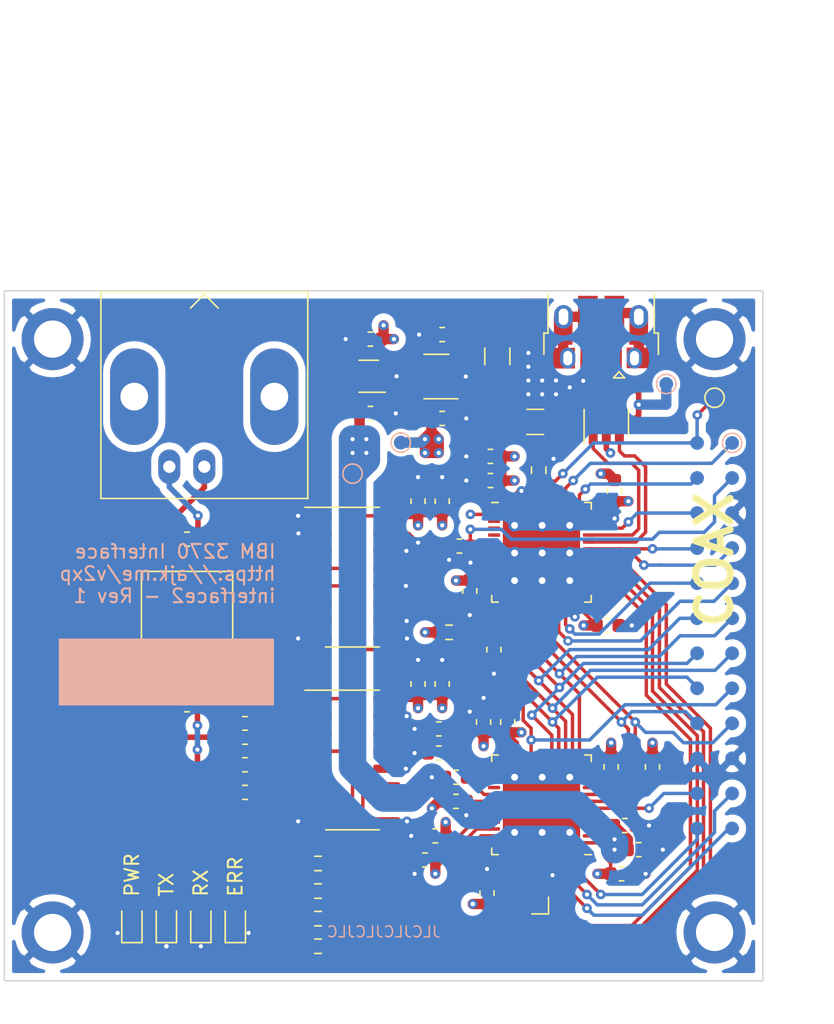
<source format=kicad_pcb>
(kicad_pcb (version 20171130) (host pcbnew 5.1.9)
  (layers (0 F.Cu signal) (1 In1.Cu power) (2 In2.Cu power) (31 B.Cu signal) (34 B.Paste user) (35 F.Paste user) (36 B.SilkS user) (37 F.SilkS user) (38 B.Mask user) (39 F.Mask user) (44 Edge.Cuts user))
  (net 0 "")
  (net 1 GND)
  (net 2 +3V3)
  (net 3 "Net-(R1-Pad2)")
  (net 4 TX+)
  (net 5 TX-)
  (net 6 "Net-(R2-Pad1)")
  (net 7 "Net-(R3-Pad2)")
  (net 8 "Net-(R4-Pad2)")
  (net 9 "Net-(J1-Pad2)")
  (net 10 "Net-(J1-Pad1)")
  (net 11 RX-)
  (net 12 RX+)
  (net 13 "Net-(C5-Pad1)")
  (net 14 +1V2)
  (net 15 "Net-(F1-Pad1)")
  (net 16 USB_CONN_D-)
  (net 17 USB_CONN_D+)
  (net 18 "Net-(J2-Pad6)")
  (net 19 RX)
  (net 20 ~TX)
  (net 21 TX_ACTIVE)
  (net 22 TX_DELAY)
  (net 23 USB_D-)
  (net 24 USB_D+)
  (net 25 ICE40_SDI)
  (net 26 ~ICE40_CS)
  (net 27 ICE40_SCK)
  (net 28 ICE40_SDO)
  (net 29 ~ICE40_CRESET)
  (net 30 ICE40_CDONE)
  (net 31 LED_STATUS)
  (net 32 STM32_BOOT0)
  (net 33 LED_TX)
  (net 34 LED_RX)
  (net 35 LED_ERROR)
  (net 36 STM32_SWO)
  (net 37 STM32_SWCLK)
  (net 38 STM32_SWDIO)
  (net 39 COAX_IRQ)
  (net 40 ~STM32_RESET)
  (net 41 "Net-(C15-Pad1)")
  (net 42 "Net-(U3-Pad37)")
  (net 43 ICE40_GPIO0)
  (net 44 ICE40_GPIO1)
  (net 45 ICE40_GPIO2)
  (net 46 ICE40_GPIO3)
  (net 47 STM32_GPIO0)
  (net 48 STM32_GPIO1)
  (net 49 STM32_UART_TX)
  (net 50 STM32_UART_RX)
  (net 51 ~COAX_RESET)
  (net 52 VBUS)
  (net 53 "Net-(D1-Pad2)")
  (net 54 "Net-(D2-Pad2)")
  (net 55 "Net-(D3-Pad2)")
  (net 56 "Net-(D4-Pad2)")
  (module MountingHole:MountingHole_2.7mm_M2.5_ISO7380_Pad (layer F.Cu) (at 20.25 63.75)
    (fp_text reference H4)
    (fp_text value MountingHole_Pad)
    (pad 1 thru_hole circle (at 0 0) (size 4.5 4.5) (drill 2.7) (layers *.Cu *.Mask) (net 1 GND))
  )
  (module LED_SMD:LED_0603_1608Metric (layer F.Cu) (at 33.5 106 90)
    (fp_text reference D4)
    (fp_text value RED)
    (pad 2 smd roundrect (at 0.7875 0 90) (size 0.875 0.95) (layers F.Cu F.Paste F.Mask) (net 56 "Net-(D4-Pad2)"))
    (pad 1 smd roundrect (at -0.7875 0 90) (size 0.875 0.95) (layers F.Cu F.Paste F.Mask) (net 1 GND))
  )
  (module LED_SMD:LED_0603_1608Metric (layer F.Cu) (at 31 106 90)
    (fp_text reference D3)
    (fp_text value YEL)
    (pad 2 smd roundrect (at 0.7875 0 90) (size 0.875 0.95) (layers F.Cu F.Paste F.Mask) (net 55 "Net-(D3-Pad2)"))
    (pad 1 smd roundrect (at -0.7875 0 90) (size 0.875 0.95) (layers F.Cu F.Paste F.Mask) (net 1 GND))
  )
  (module LED_SMD:LED_0603_1608Metric (layer F.Cu) (at 28.5 106 90)
    (fp_text reference D2)
    (fp_text value YEL)
    (pad 2 smd roundrect (at 0.7875 0 90) (size 0.875 0.95) (layers F.Cu F.Paste F.Mask) (net 54 "Net-(D2-Pad2)"))
    (pad 1 smd roundrect (at -0.7875 0 90) (size 0.875 0.95) (layers F.Cu F.Paste F.Mask) (net 1 GND))
  )
  (module LED_SMD:LED_0603_1608Metric (layer F.Cu) (at 26 106 90)
    (fp_text reference D1)
    (fp_text value GRN)
    (pad 2 smd roundrect (at 0.7875 0 90) (size 0.875 0.95) (layers F.Cu F.Paste F.Mask) (net 53 "Net-(D1-Pad2)"))
    (pad 1 smd roundrect (at -0.7875 0 90) (size 0.875 0.95) (layers F.Cu F.Paste F.Mask) (net 1 GND))
  )
  (module Resistor_SMD:R_0603_1608Metric (layer F.Cu) (at 39.5 107.75 180)
    (fp_text reference R16)
    (fp_text value 560)
    (pad 2 smd roundrect (at 0.825 0 180) (size 0.8 0.95) (layers F.Cu F.Paste F.Mask) (net 56 "Net-(D4-Pad2)"))
    (pad 1 smd roundrect (at -0.825 0 180) (size 0.8 0.95) (layers F.Cu F.Paste F.Mask) (net 35 LED_ERROR))
  )
  (module Resistor_SMD:R_0603_1608Metric (layer F.Cu) (at 39.5 105.75 180)
    (fp_text reference R12)
    (fp_text value 560)
    (pad 2 smd roundrect (at 0.825 0 180) (size 0.8 0.95) (layers F.Cu F.Paste F.Mask) (net 55 "Net-(D3-Pad2)"))
    (pad 1 smd roundrect (at -0.825 0 180) (size 0.8 0.95) (layers F.Cu F.Paste F.Mask) (net 34 LED_RX))
  )
  (module Resistor_SMD:R_0603_1608Metric (layer F.Cu) (at 39.5 103.75 180)
    (fp_text reference R11)
    (fp_text value 560)
    (pad 2 smd roundrect (at 0.825 0 180) (size 0.8 0.95) (layers F.Cu F.Paste F.Mask) (net 54 "Net-(D2-Pad2)"))
    (pad 1 smd roundrect (at -0.825 0 180) (size 0.8 0.95) (layers F.Cu F.Paste F.Mask) (net 33 LED_TX))
  )
  (module Resistor_SMD:R_0603_1608Metric (layer F.Cu) (at 39.5 101.75 180)
    (fp_text reference R8)
    (fp_text value 560)
    (pad 2 smd roundrect (at 0.825 0 180) (size 0.8 0.95) (layers F.Cu F.Paste F.Mask) (net 53 "Net-(D1-Pad2)"))
    (pad 1 smd roundrect (at -0.825 0 180) (size 0.8 0.95) (layers F.Cu F.Paste F.Mask) (net 31 LED_STATUS))
  )
  (module Package_TO_SOT_SMD:SOT-23-6 (layer F.Cu) (at 60.4 69.75 90)
    (fp_text reference U6)
    (fp_text value USBLC6-2SC6)
    (pad 5 smd rect (at 1.1 0 90) (size 1.06 0.65) (layers F.Cu F.Paste F.Mask) (net 52 VBUS))
    (pad 6 smd rect (at 1.1 -0.95 90) (size 1.06 0.65) (layers F.Cu F.Paste F.Mask) (net 17 USB_CONN_D+))
    (pad 4 smd rect (at 1.1 0.95 90) (size 1.06 0.65) (layers F.Cu F.Paste F.Mask) (net 16 USB_CONN_D-))
    (pad 3 smd rect (at -1.1 0.95 90) (size 1.06 0.65) (layers F.Cu F.Paste F.Mask) (net 23 USB_D-))
    (pad 2 smd rect (at -1.1 0 90) (size 1.06 0.65) (layers F.Cu F.Paste F.Mask) (net 1 GND))
    (pad 1 smd rect (at -1.1 -0.95 90) (size 1.06 0.65) (layers F.Cu F.Paste F.Mask) (net 24 USB_D+))
  )
  (module library:CDFN3225-4LD-PL-1 (layer F.Cu) (at 54.75 103.5 90)
    (fp_text reference X1)
    (fp_text value DSC6001CI2A)
    (pad 2 smd rect (at 0.888614 0.741754 180) (size 1 0.9) (layers F.Cu F.Paste F.Mask) (net 1 GND))
    (pad 3 smd rect (at 0.888614 -1.158246 180) (size 1 0.9) (layers F.Cu F.Paste F.Mask) (net 42 "Net-(U3-Pad37)"))
    (pad 4 smd rect (at -1.211386 -1.158246 180) (size 1 0.9) (layers F.Cu F.Paste F.Mask) (net 2 +3V3))
    (pad 1 smd rect (at -1.211386 0.741754 180) (size 1 0.9) (layers F.Cu F.Paste F.Mask) (net 2 +3V3))
  )
  (module library:TestPoint_Pad_2x12_D1.0mm (layer B.Cu) (at 69.525 71.275 180)
    (fp_text reference J3)
    (fp_text value TestPoints)
    (pad 24 smd circle (at 2.54 -27.94 180) (size 1 1) (layers B.Cu B.Mask) (net 45 ICE40_GPIO2))
    (pad 23 smd circle (at 0 -27.94 180) (size 1 1) (layers B.Cu B.Mask) (net 43 ICE40_GPIO0))
    (pad 22 smd circle (at 2.54 -25.4 180) (size 1 1) (layers B.Cu B.Mask) (net 46 ICE40_GPIO3))
    (pad 20 smd circle (at 2.54 -22.86 180) (size 1 1) (layers B.Cu B.Mask) (net 1 GND))
    (pad 21 smd circle (at 0 -25.4 180) (size 1 1) (layers B.Cu B.Mask) (net 44 ICE40_GPIO1))
    (pad 19 smd circle (at 0 -22.86 180) (size 1 1) (layers B.Cu B.Mask) (net 1 GND))
    (pad 18 smd circle (at 2.54 -20.32 180) (size 1 1) (layers B.Cu B.Mask) (net 29 ~ICE40_CRESET))
    (pad 16 smd circle (at 2.54 -17.78 180) (size 1 1) (layers B.Cu B.Mask) (net 26 ~ICE40_CS))
    (pad 17 smd circle (at 0 -20.32 180) (size 1 1) (layers B.Cu B.Mask) (net 30 ICE40_CDONE))
    (pad 15 smd circle (at 0 -17.78 180) (size 1 1) (layers B.Cu B.Mask) (net 51 ~COAX_RESET))
    (pad 14 smd circle (at 2.54 -15.24 180) (size 1 1) (layers B.Cu B.Mask) (net 25 ICE40_SDI))
    (pad 12 smd circle (at 2.54 -12.7 180) (size 1 1) (layers B.Cu B.Mask) (net 28 ICE40_SDO))
    (pad 13 smd circle (at 0 -15.24 180) (size 1 1) (layers B.Cu B.Mask) (net 27 ICE40_SCK))
    (pad 11 smd circle (at 0 -12.7 180) (size 1 1) (layers B.Cu B.Mask) (net 39 COAX_IRQ))
    (pad 10 smd circle (at 2.54 -10.16 180) (size 1 1) (layers B.Cu B.Mask) (net 48 STM32_GPIO1))
    (pad 8 smd circle (at 2.54 -7.62 180) (size 1 1) (layers B.Cu B.Mask) (net 50 STM32_UART_RX))
    (pad 9 smd circle (at 0 -10.16 180) (size 1 1) (layers B.Cu B.Mask) (net 47 STM32_GPIO0))
    (pad 7 smd circle (at 0 -7.62 180) (size 1 1) (layers B.Cu B.Mask) (net 49 STM32_UART_TX))
    (pad 5 smd circle (at 0 -5.08 180) (size 1 1) (layers B.Cu B.Mask) (net 1 GND))
    (pad 6 smd circle (at 2.54 -5.08 180) (size 1 1) (layers B.Cu B.Mask) (net 38 STM32_SWDIO))
    (pad 4 smd circle (at 2.54 -2.54 180) (size 1 1) (layers B.Cu B.Mask) (net 37 STM32_SWCLK))
    (pad 3 smd circle (at 0 -2.54 180) (size 1 1) (layers B.Cu B.Mask) (net 40 ~STM32_RESET))
    (pad 2 smd circle (at 2.54 0 180) (size 1 1) (layers B.Cu B.Mask) (net 32 STM32_BOOT0))
    (pad 1 smd circle (at 0 0 180) (size 1 1) (layers B.Cu B.Mask) (net 36 STM32_SWO))
  )
  (module MountingHole:MountingHole_2.7mm_M2.5_ISO7380_Pad (layer F.Cu) (at 20.25 106.75)
    (fp_text reference H3)
    (fp_text value MountingHole_Pad)
    (pad 1 thru_hole circle (at 0 0) (size 4.5 4.5) (drill 2.7) (layers *.Cu *.Mask) (net 1 GND))
  )
  (module MountingHole:MountingHole_2.7mm_M2.5_ISO7380_Pad (layer F.Cu) (at 68.25 106.75)
    (fp_text reference H2)
    (fp_text value MountingHole_Pad)
    (pad 1 thru_hole circle (at 0 0) (size 4.5 4.5) (drill 2.7) (layers *.Cu *.Mask) (net 1 GND))
  )
  (module MountingHole:MountingHole_2.7mm_M2.5_ISO7380_Pad (layer F.Cu) (at 68.25 63.75)
    (fp_text reference H1)
    (fp_text value MountingHole_Pad)
    (pad 1 thru_hole circle (at 0 0) (size 4.5 4.5) (drill 2.7) (layers *.Cu *.Mask) (net 1 GND))
  )
  (module Package_DFN_QFN:QFN-48-1EP_7x7mm_P0.5mm_EP5.6x5.6mm (layer F.Cu) (at 55.7 97.5 180)
    (fp_text reference U3)
    (fp_text value ICE40UP5K-SG48I)
    (pad 49 smd rect (at 0 0 180) (size 5.6 5.6) (layers F.Cu F.Mask) (net 1 GND))
    (pad 48 smd roundrect (at -2.75 -3.4375 180) (size 0.25 0.875) (layers F.Cu F.Paste F.Mask) (net 45 ICE40_GPIO2))
    (pad 47 smd roundrect (at -2.25 -3.4375 180) (size 0.25 0.875) (layers F.Cu F.Paste F.Mask) (net 44 ICE40_GPIO1))
    (pad 46 smd roundrect (at -1.75 -3.4375 180) (size 0.25 0.875) (layers F.Cu F.Paste F.Mask) (net 43 ICE40_GPIO0))
    (pad 45 smd roundrect (at -1.25 -3.4375 180) (size 0.25 0.875) (layers F.Cu F.Paste F.Mask))
    (pad 44 smd roundrect (at -0.75 -3.4375 180) (size 0.25 0.875) (layers F.Cu F.Paste F.Mask))
    (pad 43 smd roundrect (at -0.25 -3.4375 180) (size 0.25 0.875) (layers F.Cu F.Paste F.Mask))
    (pad 42 smd roundrect (at 0.25 -3.4375 180) (size 0.25 0.875) (layers F.Cu F.Paste F.Mask))
    (pad 41 smd roundrect (at 0.75 -3.4375 180) (size 0.25 0.875) (layers F.Cu F.Paste F.Mask))
    (pad 40 smd roundrect (at 1.25 -3.4375 180) (size 0.25 0.875) (layers F.Cu F.Paste F.Mask))
    (pad 39 smd roundrect (at 1.75 -3.4375 180) (size 0.25 0.875) (layers F.Cu F.Paste F.Mask))
    (pad 38 smd roundrect (at 2.25 -3.4375 180) (size 0.25 0.875) (layers F.Cu F.Paste F.Mask))
    (pad 37 smd roundrect (at 2.75 -3.4375 180) (size 0.25 0.875) (layers F.Cu F.Paste F.Mask) (net 42 "Net-(U3-Pad37)"))
    (pad 36 smd roundrect (at 3.4375 -2.75 180) (size 0.875 0.25) (layers F.Cu F.Paste F.Mask) (net 20 ~TX))
    (pad 35 smd roundrect (at 3.4375 -2.25 180) (size 0.875 0.25) (layers F.Cu F.Paste F.Mask) (net 21 TX_ACTIVE))
    (pad 34 smd roundrect (at 3.4375 -1.75 180) (size 0.875 0.25) (layers F.Cu F.Paste F.Mask) (net 22 TX_DELAY))
    (pad 33 smd roundrect (at 3.4375 -1.25 180) (size 0.875 0.25) (layers F.Cu F.Paste F.Mask) (net 2 +3V3))
    (pad 32 smd roundrect (at 3.4375 -0.75 180) (size 0.875 0.25) (layers F.Cu F.Paste F.Mask))
    (pad 31 smd roundrect (at 3.4375 -0.25 180) (size 0.875 0.25) (layers F.Cu F.Paste F.Mask))
    (pad 30 smd roundrect (at 3.4375 0.25 180) (size 0.875 0.25) (layers F.Cu F.Paste F.Mask) (net 14 +1V2))
    (pad 29 smd roundrect (at 3.4375 0.75 180) (size 0.875 0.25) (layers F.Cu F.Paste F.Mask) (net 41 "Net-(C15-Pad1)"))
    (pad 28 smd roundrect (at 3.4375 1.25 180) (size 0.875 0.25) (layers F.Cu F.Paste F.Mask))
    (pad 27 smd roundrect (at 3.4375 1.75 180) (size 0.875 0.25) (layers F.Cu F.Paste F.Mask))
    (pad 26 smd roundrect (at 3.4375 2.25 180) (size 0.875 0.25) (layers F.Cu F.Paste F.Mask) (net 19 RX))
    (pad 25 smd roundrect (at 3.4375 2.75 180) (size 0.875 0.25) (layers F.Cu F.Paste F.Mask))
    (pad 24 smd roundrect (at 2.75 3.4375 180) (size 0.25 0.875) (layers F.Cu F.Paste F.Mask) (net 2 +3V3))
    (pad 23 smd roundrect (at 2.25 3.4375 180) (size 0.25 0.875) (layers F.Cu F.Paste F.Mask))
    (pad 22 smd roundrect (at 1.75 3.4375 180) (size 0.25 0.875) (layers F.Cu F.Paste F.Mask) (net 2 +3V3))
    (pad 21 smd roundrect (at 1.25 3.4375 180) (size 0.25 0.875) (layers F.Cu F.Paste F.Mask))
    (pad 20 smd roundrect (at 0.75 3.4375 180) (size 0.25 0.875) (layers F.Cu F.Paste F.Mask) (net 51 ~COAX_RESET))
    (pad 19 smd roundrect (at 0.25 3.4375 180) (size 0.25 0.875) (layers F.Cu F.Paste F.Mask))
    (pad 18 smd roundrect (at -0.25 3.4375 180) (size 0.25 0.875) (layers F.Cu F.Paste F.Mask))
    (pad 17 smd roundrect (at -0.75 3.4375 180) (size 0.25 0.875) (layers F.Cu F.Paste F.Mask) (net 25 ICE40_SDI))
    (pad 16 smd roundrect (at -1.25 3.4375 180) (size 0.25 0.875) (layers F.Cu F.Paste F.Mask) (net 26 ~ICE40_CS))
    (pad 15 smd roundrect (at -1.75 3.4375 180) (size 0.25 0.875) (layers F.Cu F.Paste F.Mask) (net 27 ICE40_SCK))
    (pad 14 smd roundrect (at -2.25 3.4375 180) (size 0.25 0.875) (layers F.Cu F.Paste F.Mask) (net 28 ICE40_SDO))
    (pad 13 smd roundrect (at -2.75 3.4375 180) (size 0.25 0.875) (layers F.Cu F.Paste F.Mask) (net 39 COAX_IRQ))
    (pad 12 smd roundrect (at -3.4375 2.75 180) (size 0.875 0.25) (layers F.Cu F.Paste F.Mask))
    (pad 11 smd roundrect (at -3.4375 2.25 180) (size 0.875 0.25) (layers F.Cu F.Paste F.Mask))
    (pad 10 smd roundrect (at -3.4375 1.75 180) (size 0.875 0.25) (layers F.Cu F.Paste F.Mask))
    (pad 9 smd roundrect (at -3.4375 1.25 180) (size 0.875 0.25) (layers F.Cu F.Paste F.Mask))
    (pad 8 smd roundrect (at -3.4375 0.75 180) (size 0.875 0.25) (layers F.Cu F.Paste F.Mask) (net 29 ~ICE40_CRESET))
    (pad 7 smd roundrect (at -3.4375 0.25 180) (size 0.875 0.25) (layers F.Cu F.Paste F.Mask) (net 30 ICE40_CDONE))
    (pad 6 smd roundrect (at -3.4375 -0.25 180) (size 0.875 0.25) (layers F.Cu F.Paste F.Mask) (net 46 ICE40_GPIO3))
    (pad 5 smd roundrect (at -3.4375 -0.75 180) (size 0.875 0.25) (layers F.Cu F.Paste F.Mask) (net 14 +1V2))
    (pad 4 smd roundrect (at -3.4375 -1.25 180) (size 0.875 0.25) (layers F.Cu F.Paste F.Mask))
    (pad 3 smd roundrect (at -3.4375 -1.75 180) (size 0.875 0.25) (layers F.Cu F.Paste F.Mask))
    (pad 2 smd roundrect (at -3.4375 -2.25 180) (size 0.875 0.25) (layers F.Cu F.Paste F.Mask))
    (pad 1 smd roundrect (at -3.4375 -2.75 180) (size 0.875 0.25) (layers F.Cu F.Paste F.Mask) (net 2 +3V3))
  )
  (module Resistor_SMD:R_0603_1608Metric (layer F.Cu) (at 55.5 73.25 90)
    (fp_text reference R15)
    (fp_text value 10k)
    (pad 2 smd roundrect (at 0.825 0 90) (size 0.8 0.95) (layers F.Cu F.Paste F.Mask) (net 1 GND))
    (pad 1 smd roundrect (at -0.825 0 90) (size 0.8 0.95) (layers F.Cu F.Paste F.Mask) (net 32 STM32_BOOT0))
  )
  (module TestPoint:TestPoint_Pad_D1.0mm (layer F.Cu) (at 68.25 68)
    (fp_text reference TP13)
    (fp_text value TestPoint)
    (pad 1 smd circle (at 0 0) (size 1 1) (layers F.Cu F.Mask) (net 32 STM32_BOOT0))
  )
  (module TestPoint:TestPoint_Pad_D1.0mm (layer B.Cu) (at 42 73.5)
    (fp_text reference TP6)
    (fp_text value TestPoint)
    (pad 1 smd circle (at 0 0) (size 1 1) (layers B.Cu B.Mask) (net 14 +1V2))
  )
  (module TestPoint:TestPoint_Pad_D1.0mm (layer B.Cu) (at 45.5 71.25)
    (fp_text reference TP5)
    (fp_text value TestPoint)
    (pad 1 smd circle (at 0 0) (size 1 1) (layers B.Cu B.Mask) (net 2 +3V3))
  )
  (module TestPoint:TestPoint_Pad_D1.0mm (layer F.Cu) (at 45.5 71.25)
    (fp_text reference TP4)
    (fp_text value TestPoint)
    (pad 1 smd circle (at 0 0) (size 1 1) (layers F.Cu F.Mask) (net 2 +3V3))
  )
  (module TestPoint:TestPoint_Pad_D1.0mm (layer B.Cu) (at 64.75 67 270)
    (fp_text reference TP3)
    (fp_text value TestPoint)
    (pad 1 smd circle (at 0 0 270) (size 1 1) (layers B.Cu B.Mask) (net 52 VBUS))
  )
  (module Capacitor_SMD:C_0603_1608Metric (layer F.Cu) (at 46.75 88.75 90)
    (fp_text reference C2)
    (fp_text value 0.1uF)
    (pad 2 smd roundrect (at 0.7875 0 90) (size 0.875 0.95) (layers F.Cu F.Paste F.Mask) (net 1 GND))
    (pad 1 smd roundrect (at -0.7875 0 90) (size 0.875 0.95) (layers F.Cu F.Paste F.Mask) (net 2 +3V3))
  )
  (module Capacitor_SMD:C_0603_1608Metric (layer F.Cu) (at 48.5 88.75 90)
    (fp_text reference C4)
    (fp_text value 0.01uF)
    (pad 2 smd roundrect (at 0.7875 0 90) (size 0.875 0.95) (layers F.Cu F.Paste F.Mask) (net 1 GND))
    (pad 1 smd roundrect (at -0.7875 0 90) (size 0.875 0.95) (layers F.Cu F.Paste F.Mask) (net 2 +3V3))
  )
  (module Resistor_SMD:R_0603_1608Metric (layer F.Cu) (at 49 85)
    (fp_text reference R7)
    (fp_text value 10k)
    (pad 2 smd roundrect (at 0.825 0) (size 0.8 0.95) (layers F.Cu F.Paste F.Mask) (net 51 ~COAX_RESET))
    (pad 1 smd roundrect (at -0.825 0) (size 0.8 0.95) (layers F.Cu F.Paste F.Mask) (net 2 +3V3))
  )
  (module Capacitor_SMD:C_0603_1608Metric (layer F.Cu) (at 51.75 103.9 90)
    (fp_text reference C14)
    (fp_text value 0.1uF)
    (pad 2 smd roundrect (at 0.7875 0 90) (size 0.875 0.95) (layers F.Cu F.Paste F.Mask) (net 1 GND))
    (pad 1 smd roundrect (at -0.7875 0 90) (size 0.875 0.95) (layers F.Cu F.Paste F.Mask) (net 2 +3V3))
  )
  (module Connector_USB:USB_Micro-B_Amphenol_10103594-0001LF_Horizontal (layer F.Cu) (at 60 63.246 180)
    (fp_text reference J2)
    (fp_text value USB_B_Micro)
    (pad 6 smd rect (at 0.935 1.385 270) (size 2.5 1.43) (layers F.Cu F.Paste F.Mask) (net 18 "Net-(J2-Pad6)"))
    (pad 6 smd rect (at -0.985 1.385 270) (size 2.5 1.43) (layers F.Cu F.Paste F.Mask) (net 18 "Net-(J2-Pad6)"))
    (pad 6 thru_hole oval (at 2.705 1.115 270) (size 1.7 1.35) (drill oval 1.2 0.7) (layers *.Cu *.Mask) (net 18 "Net-(J2-Pad6)"))
    (pad 6 thru_hole oval (at -2.755 1.115 270) (size 1.7 1.35) (drill oval 1.2 0.7) (layers *.Cu *.Mask) (net 18 "Net-(J2-Pad6)"))
    (pad 6 thru_hole oval (at 2.395 -1.885 270) (size 1.5 1.1) (drill oval 1.05 0.65) (layers *.Cu *.Mask) (net 18 "Net-(J2-Pad6)"))
    (pad 6 thru_hole oval (at -2.445 -1.885 270) (size 1.5 1.1) (drill oval 1.05 0.65) (layers *.Cu *.Mask) (net 18 "Net-(J2-Pad6)"))
    (pad 5 smd rect (at 1.275 -1.765 270) (size 1.65 0.4) (layers F.Cu F.Paste F.Mask) (net 1 GND))
    (pad 4 smd rect (at 0.625 -1.765 270) (size 1.65 0.4) (layers F.Cu F.Paste F.Mask))
    (pad 3 smd rect (at -0.025 -1.765 270) (size 1.65 0.4) (layers F.Cu F.Paste F.Mask) (net 17 USB_CONN_D+))
    (pad 2 smd rect (at -0.675 -1.765 270) (size 1.65 0.4) (layers F.Cu F.Paste F.Mask) (net 16 USB_CONN_D-))
    (pad 1 smd rect (at -1.325 -1.765 270) (size 1.65 0.4) (layers F.Cu F.Paste F.Mask) (net 52 VBUS))
    (pad 6 smd rect (at 2.875 -1.885 180) (size 2 1.5) (layers F.Cu F.Paste F.Mask) (net 18 "Net-(J2-Pad6)"))
    (pad 6 smd rect (at -2.875 -1.865 180) (size 2 1.5) (layers F.Cu F.Paste F.Mask) (net 18 "Net-(J2-Pad6)"))
    (pad 6 smd rect (at 2.975 -0.565 180) (size 1.825 0.7) (layers F.Cu F.Paste F.Mask) (net 18 "Net-(J2-Pad6)"))
    (pad 6 smd rect (at -2.975 -0.565 180) (size 1.825 0.7) (layers F.Cu F.Paste F.Mask) (net 18 "Net-(J2-Pad6)"))
    (pad 6 smd rect (at -2.755 0.185 180) (size 1.35 2) (layers F.Cu F.Paste F.Mask) (net 18 "Net-(J2-Pad6)"))
    (pad 6 smd rect (at 2.725 0.185 180) (size 1.35 2) (layers F.Cu F.Paste F.Mask) (net 18 "Net-(J2-Pad6)"))
  )
  (module Capacitor_SMD:C_0603_1608Metric (layer F.Cu) (at 47.25 101.5 180)
    (fp_text reference C20)
    (fp_text value 1uF)
    (pad 2 smd roundrect (at 0.7875 0 180) (size 0.875 0.95) (layers F.Cu F.Paste F.Mask) (net 1 GND))
    (pad 1 smd roundrect (at -0.7875 0 180) (size 0.875 0.95) (layers F.Cu F.Paste F.Mask) (net 2 +3V3))
  )
  (module Capacitor_SMD:C_0603_1608Metric (layer F.Cu) (at 49.5 97.25 180)
    (fp_text reference C25)
    (fp_text value 0.1uF)
    (pad 2 smd roundrect (at 0.7875 0 180) (size 0.875 0.95) (layers F.Cu F.Paste F.Mask) (net 1 GND))
    (pad 1 smd roundrect (at -0.7875 0 180) (size 0.875 0.95) (layers F.Cu F.Paste F.Mask) (net 14 +1V2))
  )
  (module Resistor_SMD:R_0603_1608Metric (layer F.Cu) (at 49.5 95.5)
    (fp_text reference R14)
    (fp_text value 100)
    (pad 2 smd roundrect (at 0.7875 0) (size 0.875 0.95) (layers F.Cu F.Paste F.Mask) (net 41 "Net-(C15-Pad1)"))
    (pad 1 smd roundrect (at -0.7875 0) (size 0.875 0.95) (layers F.Cu F.Paste F.Mask) (net 14 +1V2))
  )
  (module Resistor_SMD:R_0603_1608Metric (layer F.Cu) (at 63.75 94.75 270)
    (fp_text reference R13)
    (fp_text value 10k)
    (pad 2 smd roundrect (at 0.7875 0 270) (size 0.875 0.95) (layers F.Cu F.Paste F.Mask) (net 30 ICE40_CDONE))
    (pad 1 smd roundrect (at -0.7875 0 270) (size 0.875 0.95) (layers F.Cu F.Paste F.Mask) (net 2 +3V3))
  )
  (module Resistor_SMD:R_0603_1608Metric (layer F.Cu) (at 52.25 86.25 270)
    (fp_text reference R10)
    (fp_text value 10k)
    (pad 2 smd roundrect (at 0.7875 0 270) (size 0.875 0.95) (layers F.Cu F.Paste F.Mask) (net 1 GND))
    (pad 1 smd roundrect (at -0.7875 0 270) (size 0.875 0.95) (layers F.Cu F.Paste F.Mask) (net 26 ~ICE40_CS))
  )
  (module Resistor_SMD:R_0603_1608Metric (layer F.Cu) (at 60.75 94.75 270)
    (fp_text reference R9)
    (fp_text value 10k)
    (pad 2 smd roundrect (at 0.7875 0 270) (size 0.875 0.95) (layers F.Cu F.Paste F.Mask) (net 29 ~ICE40_CRESET))
    (pad 1 smd roundrect (at -0.7875 0 270) (size 0.875 0.95) (layers F.Cu F.Paste F.Mask) (net 2 +3V3))
  )
  (module Resistor_SMD:R_0603_1608Metric (layer F.Cu) (at 30 78.25)
    (fp_text reference R6)
    (fp_text value 120)
    (pad 2 smd roundrect (at 0.7875 0) (size 0.875 0.95) (layers F.Cu F.Paste F.Mask) (net 9 "Net-(J1-Pad2)"))
    (pad 1 smd roundrect (at -0.7875 0) (size 0.875 0.95) (layers F.Cu F.Paste F.Mask) (net 10 "Net-(J1-Pad1)"))
  )
  (module Resistor_SMD:R_0603_1608Metric (layer F.Cu) (at 30 90.25 180)
    (fp_text reference R5)
    (fp_text value 510)
    (pad 2 smd roundrect (at 0.7875 0 180) (size 0.875 0.95) (layers F.Cu F.Paste F.Mask) (net 4 TX+))
    (pad 1 smd roundrect (at -0.7875 0 180) (size 0.875 0.95) (layers F.Cu F.Paste F.Mask) (net 5 TX-))
  )
  (module Resistor_SMD:R_0603_1608Metric (layer F.Cu) (at 34.2 96.6)
    (fp_text reference R4)
    (fp_text value 33)
    (pad 2 smd roundrect (at 0.7875 0) (size 0.875 0.95) (layers F.Cu F.Paste F.Mask) (net 8 "Net-(R4-Pad2)"))
    (pad 1 smd roundrect (at -0.7875 0) (size 0.875 0.95) (layers F.Cu F.Paste F.Mask) (net 5 TX-))
  )
  (module Resistor_SMD:R_0603_1608Metric (layer F.Cu) (at 34.2 94.6)
    (fp_text reference R3)
    (fp_text value 33)
    (pad 2 smd roundrect (at 0.7875 0) (size 0.875 0.95) (layers F.Cu F.Paste F.Mask) (net 7 "Net-(R3-Pad2)"))
    (pad 1 smd roundrect (at -0.7875 0) (size 0.875 0.95) (layers F.Cu F.Paste F.Mask) (net 4 TX+))
  )
  (module Resistor_SMD:R_0603_1608Metric (layer F.Cu) (at 34.2 90.6 180)
    (fp_text reference R2)
    (fp_text value 150)
    (pad 2 smd roundrect (at 0.7875 0 180) (size 0.875 0.95) (layers F.Cu F.Paste F.Mask) (net 5 TX-))
    (pad 1 smd roundrect (at -0.7875 0 180) (size 0.875 0.95) (layers F.Cu F.Paste F.Mask) (net 6 "Net-(R2-Pad1)"))
  )
  (module Resistor_SMD:R_0603_1608Metric (layer F.Cu) (at 34.2 92.6)
    (fp_text reference R1)
    (fp_text value 150)
    (pad 2 smd roundrect (at 0.7875 0) (size 0.875 0.95) (layers F.Cu F.Paste F.Mask) (net 3 "Net-(R1-Pad2)"))
    (pad 1 smd roundrect (at -0.7875 0) (size 0.875 0.95) (layers F.Cu F.Paste F.Mask) (net 4 TX+))
  )
  (module Capacitor_SMD:C_0603_1608Metric (layer F.Cu) (at 53.25 91.5 90)
    (fp_text reference C24)
    (fp_text value 0.1uF)
    (pad 2 smd roundrect (at 0.7875 0 90) (size 0.875 0.95) (layers F.Cu F.Paste F.Mask) (net 1 GND))
    (pad 1 smd roundrect (at -0.7875 0 90) (size 0.875 0.95) (layers F.Cu F.Paste F.Mask) (net 2 +3V3))
  )
  (module Capacitor_SMD:C_0603_1608Metric (layer F.Cu) (at 48 99.75 180)
    (fp_text reference C23)
    (fp_text value 0.1uF)
    (pad 2 smd roundrect (at 0.7875 0 180) (size 0.875 0.95) (layers F.Cu F.Paste F.Mask) (net 1 GND))
    (pad 1 smd roundrect (at -0.7875 0 180) (size 0.875 0.95) (layers F.Cu F.Paste F.Mask) (net 2 +3V3))
  )
  (module Capacitor_SMD:C_0603_1608Metric (layer F.Cu) (at 51.5 91.5 90)
    (fp_text reference C22)
    (fp_text value 0.1uF)
    (pad 2 smd roundrect (at 0.7875 0 90) (size 0.875 0.95) (layers F.Cu F.Paste F.Mask) (net 1 GND))
    (pad 1 smd roundrect (at -0.7875 0 90) (size 0.875 0.95) (layers F.Cu F.Paste F.Mask) (net 2 +3V3))
  )
  (module Capacitor_SMD:C_0603_1608Metric (layer F.Cu) (at 61.5 102.5)
    (fp_text reference C21)
    (fp_text value 0.1uF)
    (pad 2 smd roundrect (at 0.7875 0) (size 0.875 0.95) (layers F.Cu F.Paste F.Mask) (net 1 GND))
    (pad 1 smd roundrect (at -0.7875 0) (size 0.875 0.95) (layers F.Cu F.Paste F.Mask) (net 2 +3V3))
  )
  (module Capacitor_SMD:C_0603_1608Metric (layer F.Cu) (at 61.75 99)
    (fp_text reference C19)
    (fp_text value 0.1uF)
    (pad 2 smd roundrect (at 0.7875 0) (size 0.875 0.95) (layers F.Cu F.Paste F.Mask) (net 1 GND))
    (pad 1 smd roundrect (at -0.7875 0) (size 0.875 0.95) (layers F.Cu F.Paste F.Mask) (net 14 +1V2))
  )
  (module Capacitor_SMD:C_0603_1608Metric (layer F.Cu) (at 62.75 100.75)
    (fp_text reference C18)
    (fp_text value 1uF)
    (pad 2 smd roundrect (at 0.7875 0) (size 0.875 0.95) (layers F.Cu F.Paste F.Mask) (net 1 GND))
    (pad 1 smd roundrect (at -0.7875 0) (size 0.875 0.95) (layers F.Cu F.Paste F.Mask) (net 14 +1V2))
  )
  (module Capacitor_SMD:C_0603_1608Metric (layer F.Cu) (at 49.75 78.75 180)
    (fp_text reference C17)
    (fp_text value 0.1uF)
    (pad 2 smd roundrect (at 0.7875 0 180) (size 0.875 0.95) (layers F.Cu F.Paste F.Mask) (net 1 GND))
    (pad 1 smd roundrect (at -0.7875 0 180) (size 0.875 0.95) (layers F.Cu F.Paste F.Mask) (net 40 ~STM32_RESET))
  )
  (module Capacitor_SMD:C_0603_1608Metric (layer F.Cu) (at 48.25 92 180)
    (fp_text reference C16)
    (fp_text value 0.1uF)
    (pad 2 smd roundrect (at 0.7875 0 180) (size 0.875 0.95) (layers F.Cu F.Paste F.Mask) (net 1 GND))
    (pad 1 smd roundrect (at -0.7875 0 180) (size 0.875 0.95) (layers F.Cu F.Paste F.Mask) (net 41 "Net-(C15-Pad1)"))
  )
  (module Capacitor_SMD:C_0603_1608Metric (layer F.Cu) (at 48.25 93.75 180)
    (fp_text reference C15)
    (fp_text value 10uF)
    (pad 2 smd roundrect (at 0.7875 0 180) (size 0.875 0.95) (layers F.Cu F.Paste F.Mask) (net 1 GND))
    (pad 1 smd roundrect (at -0.7875 0 180) (size 0.875 0.95) (layers F.Cu F.Paste F.Mask) (net 41 "Net-(C15-Pad1)"))
  )
  (module Capacitor_SMD:C_0603_1608Metric (layer F.Cu) (at 52 74 180)
    (fp_text reference C13)
    (fp_text value 0.1uF)
    (pad 2 smd roundrect (at 0.7875 0 180) (size 0.875 0.95) (layers F.Cu F.Paste F.Mask) (net 1 GND))
    (pad 1 smd roundrect (at -0.7875 0 180) (size 0.875 0.95) (layers F.Cu F.Paste F.Mask) (net 2 +3V3))
  )
  (module Capacitor_SMD:C_0603_1608Metric (layer F.Cu) (at 61 74.75 90)
    (fp_text reference C12)
    (fp_text value 0.1uF)
    (pad 2 smd roundrect (at 0.7875 0 90) (size 0.875 0.95) (layers F.Cu F.Paste F.Mask) (net 1 GND))
    (pad 1 smd roundrect (at -0.7875 0 90) (size 0.875 0.95) (layers F.Cu F.Paste F.Mask) (net 2 +3V3))
  )
  (module Capacitor_SMD:C_0603_1608Metric (layer F.Cu) (at 60.5 84.5)
    (fp_text reference C11)
    (fp_text value 0.1uF)
    (pad 2 smd roundrect (at 0.7875 0) (size 0.875 0.95) (layers F.Cu F.Paste F.Mask) (net 1 GND))
    (pad 1 smd roundrect (at -0.7875 0) (size 0.875 0.95) (layers F.Cu F.Paste F.Mask) (net 2 +3V3))
  )
  (module Capacitor_SMD:C_0603_1608Metric (layer F.Cu) (at 50.5 82 270)
    (fp_text reference C10)
    (fp_text value 0.1uF)
    (pad 2 smd roundrect (at 0.7875 0 270) (size 0.875 0.95) (layers F.Cu F.Paste F.Mask) (net 1 GND))
    (pad 1 smd roundrect (at -0.7875 0 270) (size 0.875 0.95) (layers F.Cu F.Paste F.Mask) (net 2 +3V3))
  )
  (module Capacitor_SMD:C_0603_1608Metric (layer F.Cu) (at 52 72.25 180)
    (fp_text reference C9)
    (fp_text value 4.7uF)
    (pad 2 smd roundrect (at 0.7875 0 180) (size 0.875 0.95) (layers F.Cu F.Paste F.Mask) (net 1 GND))
    (pad 1 smd roundrect (at -0.7875 0 180) (size 0.875 0.95) (layers F.Cu F.Paste F.Mask) (net 2 +3V3))
  )
  (module Capacitor_SMD:C_0603_1608Metric (layer F.Cu) (at 43.2964 69.1348)
    (fp_text reference C8)
    (fp_text value 1uF)
    (pad 2 smd roundrect (at 0.7875 0) (size 0.875 0.95) (layers F.Cu F.Paste F.Mask) (net 1 GND))
    (pad 1 smd roundrect (at -0.7875 0) (size 0.875 0.95) (layers F.Cu F.Paste F.Mask) (net 14 +1V2))
  )
  (module Capacitor_SMD:C_0603_1608Metric (layer F.Cu) (at 43.2964 63.75 180)
    (fp_text reference C7)
    (fp_text value 1uF)
    (pad 2 smd roundrect (at 0.7875 0 180) (size 0.875 0.95) (layers F.Cu F.Paste F.Mask) (net 1 GND))
    (pad 1 smd roundrect (at -0.7875 0 180) (size 0.875 0.95) (layers F.Cu F.Paste F.Mask) (net 2 +3V3))
  )
  (module Capacitor_SMD:C_0603_1608Metric (layer F.Cu) (at 48.5 69.5)
    (fp_text reference C6)
    (fp_text value 1uF)
    (pad 2 smd roundrect (at 0.7875 0) (size 0.875 0.95) (layers F.Cu F.Paste F.Mask) (net 1 GND))
    (pad 1 smd roundrect (at -0.7875 0) (size 0.875 0.95) (layers F.Cu F.Paste F.Mask) (net 2 +3V3))
  )
  (module Capacitor_SMD:C_0603_1608Metric (layer F.Cu) (at 48.5 63.4238 180)
    (fp_text reference C5)
    (fp_text value 1uF)
    (pad 2 smd roundrect (at 0.7875 0 180) (size 0.875 0.95) (layers F.Cu F.Paste F.Mask) (net 1 GND))
    (pad 1 smd roundrect (at -0.7875 0 180) (size 0.875 0.95) (layers F.Cu F.Paste F.Mask) (net 13 "Net-(C5-Pad1)"))
  )
  (module Capacitor_SMD:C_0603_1608Metric (layer F.Cu) (at 48.5 75.5 90)
    (fp_text reference C3)
    (fp_text value 0.01uF)
    (pad 2 smd roundrect (at 0.7875 0 90) (size 0.875 0.95) (layers F.Cu F.Paste F.Mask) (net 1 GND))
    (pad 1 smd roundrect (at -0.7875 0 90) (size 0.875 0.95) (layers F.Cu F.Paste F.Mask) (net 2 +3V3))
  )
  (module Capacitor_SMD:C_0603_1608Metric (layer F.Cu) (at 46.75 75.5 90)
    (fp_text reference C1)
    (fp_text value 0.1uF)
    (pad 2 smd roundrect (at 0.7875 0 90) (size 0.875 0.95) (layers F.Cu F.Paste F.Mask) (net 1 GND))
    (pad 1 smd roundrect (at -0.7875 0 90) (size 0.875 0.95) (layers F.Cu F.Paste F.Mask) (net 2 +3V3))
  )
  (module Package_DFN_QFN:QFN-48-1EP_7x7mm_P0.5mm_EP5.6x5.6mm (layer F.Cu) (at 55.7 79.2)
    (fp_text reference U7)
    (fp_text value STM32L443CCU6)
    (pad 49 smd rect (at 0 0) (size 5.6 5.6) (layers F.Cu F.Mask) (net 1 GND))
    (pad 48 smd roundrect (at -2.75 -3.4375) (size 0.25 0.875) (layers F.Cu F.Paste F.Mask) (net 2 +3V3))
    (pad 47 smd roundrect (at -2.25 -3.4375) (size 0.25 0.875) (layers F.Cu F.Paste F.Mask) (net 1 GND))
    (pad 46 smd roundrect (at -1.75 -3.4375) (size 0.25 0.875) (layers F.Cu F.Paste F.Mask))
    (pad 45 smd roundrect (at -1.25 -3.4375) (size 0.25 0.875) (layers F.Cu F.Paste F.Mask))
    (pad 44 smd roundrect (at -0.75 -3.4375) (size 0.25 0.875) (layers F.Cu F.Paste F.Mask) (net 32 STM32_BOOT0))
    (pad 43 smd roundrect (at -0.25 -3.4375) (size 0.25 0.875) (layers F.Cu F.Paste F.Mask))
    (pad 42 smd roundrect (at 0.25 -3.4375) (size 0.25 0.875) (layers F.Cu F.Paste F.Mask))
    (pad 41 smd roundrect (at 0.75 -3.4375) (size 0.25 0.875) (layers F.Cu F.Paste F.Mask))
    (pad 40 smd roundrect (at 1.25 -3.4375) (size 0.25 0.875) (layers F.Cu F.Paste F.Mask))
    (pad 39 smd roundrect (at 1.75 -3.4375) (size 0.25 0.875) (layers F.Cu F.Paste F.Mask) (net 36 STM32_SWO))
    (pad 38 smd roundrect (at 2.25 -3.4375) (size 0.25 0.875) (layers F.Cu F.Paste F.Mask))
    (pad 37 smd roundrect (at 2.75 -3.4375) (size 0.25 0.875) (layers F.Cu F.Paste F.Mask) (net 37 STM32_SWCLK))
    (pad 36 smd roundrect (at 3.4375 -2.75) (size 0.875 0.25) (layers F.Cu F.Paste F.Mask) (net 2 +3V3))
    (pad 35 smd roundrect (at 3.4375 -2.25) (size 0.875 0.25) (layers F.Cu F.Paste F.Mask) (net 1 GND))
    (pad 34 smd roundrect (at 3.4375 -1.75) (size 0.875 0.25) (layers F.Cu F.Paste F.Mask) (net 38 STM32_SWDIO))
    (pad 33 smd roundrect (at 3.4375 -1.25) (size 0.875 0.25) (layers F.Cu F.Paste F.Mask) (net 24 USB_D+))
    (pad 32 smd roundrect (at 3.4375 -0.75) (size 0.875 0.25) (layers F.Cu F.Paste F.Mask) (net 23 USB_D-))
    (pad 31 smd roundrect (at 3.4375 -0.25) (size 0.875 0.25) (layers F.Cu F.Paste F.Mask) (net 50 STM32_UART_RX))
    (pad 30 smd roundrect (at 3.4375 0.25) (size 0.875 0.25) (layers F.Cu F.Paste F.Mask) (net 49 STM32_UART_TX))
    (pad 29 smd roundrect (at 3.4375 0.75) (size 0.875 0.25) (layers F.Cu F.Paste F.Mask))
    (pad 28 smd roundrect (at 3.4375 1.25) (size 0.875 0.25) (layers F.Cu F.Paste F.Mask) (net 35 LED_ERROR))
    (pad 27 smd roundrect (at 3.4375 1.75) (size 0.875 0.25) (layers F.Cu F.Paste F.Mask) (net 34 LED_RX))
    (pad 26 smd roundrect (at 3.4375 2.25) (size 0.875 0.25) (layers F.Cu F.Paste F.Mask) (net 33 LED_TX))
    (pad 25 smd roundrect (at 3.4375 2.75) (size 0.875 0.25) (layers F.Cu F.Paste F.Mask) (net 31 LED_STATUS))
    (pad 24 smd roundrect (at 2.75 3.4375) (size 0.25 0.875) (layers F.Cu F.Paste F.Mask) (net 2 +3V3))
    (pad 23 smd roundrect (at 2.25 3.4375) (size 0.25 0.875) (layers F.Cu F.Paste F.Mask) (net 1 GND))
    (pad 22 smd roundrect (at 1.75 3.4375) (size 0.25 0.875) (layers F.Cu F.Paste F.Mask) (net 48 STM32_GPIO1))
    (pad 21 smd roundrect (at 1.25 3.4375) (size 0.25 0.875) (layers F.Cu F.Paste F.Mask) (net 47 STM32_GPIO0))
    (pad 20 smd roundrect (at 0.75 3.4375) (size 0.25 0.875) (layers F.Cu F.Paste F.Mask) (net 30 ICE40_CDONE))
    (pad 19 smd roundrect (at 0.25 3.4375) (size 0.25 0.875) (layers F.Cu F.Paste F.Mask) (net 29 ~ICE40_CRESET))
    (pad 18 smd roundrect (at -0.25 3.4375) (size 0.25 0.875) (layers F.Cu F.Paste F.Mask) (net 39 COAX_IRQ))
    (pad 17 smd roundrect (at -0.75 3.4375) (size 0.25 0.875) (layers F.Cu F.Paste F.Mask) (net 25 ICE40_SDI))
    (pad 16 smd roundrect (at -1.25 3.4375) (size 0.25 0.875) (layers F.Cu F.Paste F.Mask) (net 28 ICE40_SDO))
    (pad 15 smd roundrect (at -1.75 3.4375) (size 0.25 0.875) (layers F.Cu F.Paste F.Mask) (net 27 ICE40_SCK))
    (pad 14 smd roundrect (at -2.25 3.4375) (size 0.25 0.875) (layers F.Cu F.Paste F.Mask) (net 26 ~ICE40_CS))
    (pad 13 smd roundrect (at -2.75 3.4375) (size 0.25 0.875) (layers F.Cu F.Paste F.Mask) (net 51 ~COAX_RESET))
    (pad 12 smd roundrect (at -3.4375 2.75) (size 0.875 0.25) (layers F.Cu F.Paste F.Mask))
    (pad 11 smd roundrect (at -3.4375 2.25) (size 0.875 0.25) (layers F.Cu F.Paste F.Mask))
    (pad 10 smd roundrect (at -3.4375 1.75) (size 0.875 0.25) (layers F.Cu F.Paste F.Mask))
    (pad 9 smd roundrect (at -3.4375 1.25) (size 0.875 0.25) (layers F.Cu F.Paste F.Mask) (net 2 +3V3))
    (pad 8 smd roundrect (at -3.4375 0.75) (size 0.875 0.25) (layers F.Cu F.Paste F.Mask) (net 1 GND))
    (pad 7 smd roundrect (at -3.4375 0.25) (size 0.875 0.25) (layers F.Cu F.Paste F.Mask) (net 40 ~STM32_RESET))
    (pad 6 smd roundrect (at -3.4375 -0.25) (size 0.875 0.25) (layers F.Cu F.Paste F.Mask))
    (pad 5 smd roundrect (at -3.4375 -0.75) (size 0.875 0.25) (layers F.Cu F.Paste F.Mask))
    (pad 4 smd roundrect (at -3.4375 -1.25) (size 0.875 0.25) (layers F.Cu F.Paste F.Mask))
    (pad 3 smd roundrect (at -3.4375 -1.75) (size 0.875 0.25) (layers F.Cu F.Paste F.Mask))
    (pad 2 smd roundrect (at -3.4375 -2.25) (size 0.875 0.25) (layers F.Cu F.Paste F.Mask))
    (pad 1 smd roundrect (at -3.4375 -2.75) (size 0.875 0.25) (layers F.Cu F.Paste F.Mask) (net 2 +3V3))
  )
  (module Package_TO_SOT_SMD:SOT-353_SC-70-5 (layer F.Cu) (at 43.1764 66.4424 180)
    (fp_text reference U5)
    (fp_text value MIC5365-1.2YC5)
    (pad 5 smd rect (at 0.95 -0.65 180) (size 0.65 0.4) (layers F.Cu F.Paste F.Mask) (net 14 +1V2))
    (pad 4 smd rect (at 0.95 0.65 180) (size 0.65 0.4) (layers F.Cu F.Paste F.Mask))
    (pad 2 smd rect (at -0.95 0 180) (size 0.65 0.4) (layers F.Cu F.Paste F.Mask) (net 1 GND))
    (pad 3 smd rect (at -0.95 0.65 180) (size 0.65 0.4) (layers F.Cu F.Paste F.Mask) (net 2 +3V3))
    (pad 1 smd rect (at -0.95 -0.65 180) (size 0.65 0.4) (layers F.Cu F.Paste F.Mask) (net 2 +3V3))
  )
  (module Package_TO_SOT_SMD:SOT-23-5 (layer F.Cu) (at 48.08 66.4619 180)
    (fp_text reference U4)
    (fp_text value MIC5504-3.3YM5)
    (pad 5 smd rect (at 1.1 -0.95 180) (size 1.06 0.65) (layers F.Cu F.Paste F.Mask) (net 2 +3V3))
    (pad 4 smd rect (at 1.1 0.95 180) (size 1.06 0.65) (layers F.Cu F.Paste F.Mask))
    (pad 3 smd rect (at -1.1 0.95 180) (size 1.06 0.65) (layers F.Cu F.Paste F.Mask) (net 13 "Net-(C5-Pad1)"))
    (pad 2 smd rect (at -1.1 0 180) (size 1.06 0.65) (layers F.Cu F.Paste F.Mask) (net 1 GND))
    (pad 1 smd rect (at -1.1 -0.95 180) (size 1.06 0.65) (layers F.Cu F.Paste F.Mask) (net 13 "Net-(C5-Pad1)"))
  )
  (module Fuse:Fuse_1206_3216Metric (layer F.Cu) (at 52.5 65 270)
    (fp_text reference FB1)
    (fp_text value Ferrite_Bead)
    (pad 2 smd roundrect (at 1.4 0 270) (size 1.25 1.75) (layers F.Cu F.Paste F.Mask) (roundrect_rratio 0.2) (net 15 "Net-(F1-Pad1)"))
    (pad 1 smd roundrect (at -1.4 0 270) (size 1.25 1.75) (layers F.Cu F.Paste F.Mask) (roundrect_rratio 0.2) (net 13 "Net-(C5-Pad1)"))
  )
  (module Fuse:Fuse_1206_3216Metric (layer F.Cu) (at 55.25 69.75)
    (fp_text reference F1)
    (fp_text value 500mA)
    (pad 2 smd roundrect (at 1.4 0) (size 1.25 1.75) (layers F.Cu F.Paste F.Mask) (roundrect_rratio 0.2) (net 52 VBUS))
    (pad 1 smd roundrect (at -1.4 0) (size 1.25 1.75) (layers F.Cu F.Paste F.Mask) (roundrect_rratio 0.2) (net 15 "Net-(F1-Pad1)"))
  )
  (module Package_SO:SOIC-16_3.9x9.9mm_P1.27mm (layer F.Cu) (at 42 94.25)
    (fp_text reference U2)
    (fp_text value DS34LV87T)
    (pad 16 smd roundrect (at 2.475 -4.445) (size 1.95 0.6) (layers F.Cu F.Paste F.Mask) (net 2 +3V3))
    (pad 15 smd roundrect (at 2.475 -3.175) (size 1.95 0.6) (layers F.Cu F.Paste F.Mask) (net 1 GND))
    (pad 14 smd roundrect (at 2.475 -1.905) (size 1.95 0.6) (layers F.Cu F.Paste F.Mask))
    (pad 13 smd roundrect (at 2.475 -0.635) (size 1.95 0.6) (layers F.Cu F.Paste F.Mask))
    (pad 12 smd roundrect (at 2.475 0.635) (size 1.95 0.6) (layers F.Cu F.Paste F.Mask) (net 1 GND))
    (pad 11 smd roundrect (at 2.475 1.905) (size 1.95 0.6) (layers F.Cu F.Paste F.Mask))
    (pad 10 smd roundrect (at 2.475 3.175) (size 1.95 0.6) (layers F.Cu F.Paste F.Mask))
    (pad 9 smd roundrect (at 2.475 4.445) (size 1.95 0.6) (layers F.Cu F.Paste F.Mask) (net 1 GND))
    (pad 8 smd roundrect (at -2.475 4.445) (size 1.95 0.6) (layers F.Cu F.Paste F.Mask) (net 1 GND))
    (pad 7 smd roundrect (at -2.475 3.175) (size 1.95 0.6) (layers F.Cu F.Paste F.Mask) (net 20 ~TX))
    (pad 6 smd roundrect (at -2.475 1.905) (size 1.95 0.6) (layers F.Cu F.Paste F.Mask) (net 8 "Net-(R4-Pad2)"))
    (pad 5 smd roundrect (at -2.475 0.635) (size 1.95 0.6) (layers F.Cu F.Paste F.Mask) (net 7 "Net-(R3-Pad2)"))
    (pad 4 smd roundrect (at -2.475 -0.635) (size 1.95 0.6) (layers F.Cu F.Paste F.Mask) (net 21 TX_ACTIVE))
    (pad 3 smd roundrect (at -2.475 -1.905) (size 1.95 0.6) (layers F.Cu F.Paste F.Mask) (net 3 "Net-(R1-Pad2)"))
    (pad 2 smd roundrect (at -2.475 -3.175) (size 1.95 0.6) (layers F.Cu F.Paste F.Mask) (net 6 "Net-(R2-Pad1)"))
    (pad 1 smd roundrect (at -2.475 -4.445) (size 1.95 0.6) (layers F.Cu F.Paste F.Mask) (net 22 TX_DELAY))
  )
  (module Package_SO:SOIC-16_3.9x9.9mm_P1.27mm (layer F.Cu) (at 42 81)
    (fp_text reference U1)
    (fp_text value DS34LV86T)
    (pad 16 smd roundrect (at 2.475 -4.445) (size 1.95 0.6) (layers F.Cu F.Paste F.Mask) (net 2 +3V3))
    (pad 15 smd roundrect (at 2.475 -3.175) (size 1.95 0.6) (layers F.Cu F.Paste F.Mask) (net 1 GND))
    (pad 14 smd roundrect (at 2.475 -1.905) (size 1.95 0.6) (layers F.Cu F.Paste F.Mask) (net 1 GND))
    (pad 13 smd roundrect (at 2.475 -0.635) (size 1.95 0.6) (layers F.Cu F.Paste F.Mask))
    (pad 12 smd roundrect (at 2.475 0.635) (size 1.95 0.6) (layers F.Cu F.Paste F.Mask) (net 1 GND))
    (pad 11 smd roundrect (at 2.475 1.905) (size 1.95 0.6) (layers F.Cu F.Paste F.Mask))
    (pad 10 smd roundrect (at 2.475 3.175) (size 1.95 0.6) (layers F.Cu F.Paste F.Mask) (net 1 GND))
    (pad 9 smd roundrect (at 2.475 4.445) (size 1.95 0.6) (layers F.Cu F.Paste F.Mask) (net 1 GND))
    (pad 8 smd roundrect (at -2.475 4.445) (size 1.95 0.6) (layers F.Cu F.Paste F.Mask) (net 1 GND))
    (pad 7 smd roundrect (at -2.475 3.175) (size 1.95 0.6) (layers F.Cu F.Paste F.Mask) (net 11 RX-))
    (pad 6 smd roundrect (at -2.475 1.905) (size 1.95 0.6) (layers F.Cu F.Paste F.Mask) (net 12 RX+))
    (pad 5 smd roundrect (at -2.475 0.635) (size 1.95 0.6) (layers F.Cu F.Paste F.Mask) (net 19 RX))
    (pad 4 smd roundrect (at -2.475 -0.635) (size 1.95 0.6) (layers F.Cu F.Paste F.Mask) (net 2 +3V3))
    (pad 3 smd roundrect (at -2.475 -1.905) (size 1.95 0.6) (layers F.Cu F.Paste F.Mask))
    (pad 2 smd roundrect (at -2.475 -3.175) (size 1.95 0.6) (layers F.Cu F.Paste F.Mask) (net 1 GND))
    (pad 1 smd roundrect (at -2.475 -4.445) (size 1.95 0.6) (layers F.Cu F.Paste F.Mask) (net 1 GND))
  )
  (module Connector_Coaxial:BNC_Amphenol_B6252HB-NPP3G-50_Horizontal (layer F.Cu) (at 31.25 73)
    (fp_text reference J1)
    (fp_text value Conn_Coaxial)
    (pad 2 thru_hole oval (at -2.54 0) (size 1.6 2.5) (drill 0.89) (layers *.Cu *.Mask) (net 9 "Net-(J1-Pad2)"))
    (pad 1 thru_hole oval (at 0 0) (size 1.6 2.5) (drill 0.89) (layers *.Cu *.Mask) (net 10 "Net-(J1-Pad1)"))
    (pad 2 thru_hole oval (at 5.08 -5.08) (size 3.5 7) (drill 2.01) (layers *.Cu *.Mask) (net 9 "Net-(J1-Pad2)"))
    (pad 2 thru_hole oval (at -5.08 -5.08) (size 3.5 7) (drill 2.01) (layers *.Cu *.Mask) (net 9 "Net-(J1-Pad2)"))
  )
  (module library:Murata_786J (layer F.Cu) (at 30 84.25)
    (fp_text reference T1)
    (fp_text value "Murata 78602/8JC")
    (pad 1 smd rect (at -5.715 -2.54) (size 1.524 1.016) (layers F.Cu F.Paste F.Mask) (net 10 "Net-(J1-Pad1)"))
    (pad 2 smd rect (at -5.715 0) (size 1.524 1.016) (layers F.Cu F.Paste F.Mask) (net 12 RX+))
    (pad 5 smd rect (at 5.715 0) (size 1.524 1.016) (layers F.Cu F.Paste F.Mask) (net 11 RX-))
    (pad 6 smd rect (at 5.715 -2.54) (size 1.524 1.016) (layers F.Cu F.Paste F.Mask) (net 9 "Net-(J1-Pad2)"))
    (pad 3 smd rect (at -5.715 2.54) (size 1.524 1.016) (layers F.Cu F.Paste F.Mask) (net 4 TX+))
    (pad 4 smd rect (at 5.715 2.54) (size 1.524 1.016) (layers F.Cu F.Paste F.Mask) (net 5 TX-))
  )
  (gr_text ERR (at 33.5 104.25 90) (layer F.SilkS) (effects (font (size 1 1)) (justify left)))
  (gr_text RX (at 31 104.25 90) (layer F.SilkS) (effects (font (size 1 1)) (justify left)))
  (gr_text TX (at 28.5 104.25 90) (layer F.SilkS) (effects (font (size 1 1)) (justify left)))
  (gr_text PWR (at 26 104.25 90) (layer F.SilkS) (effects (font (size 1 1)) (justify left)))
  (gr_poly (pts (xy 36.25 90.25) (xy 20.75 90.25) (xy 20.75 85.5) (xy 36.25 85.5)) (layer B.SilkS) (width 0.1))
  (gr_text "IBM 3270 Interface\nhttps://ajk.me/v2xp\ninterface2 - Rev 1" (at 36.516666 80.75) (layer B.SilkS) (effects (font (size 1 1)) (justify left mirror)))
  (gr_text COAX (at 68.25 79.75 90) (layer F.SilkS) (effects (font (size 2.5 2.5) (thickness 0.5))))
  (gr_text JLCJLCJLCJLC (at 44.249999 106.701) (layer B.SilkS) (effects (font (size 0.8 0.8) (thickness 0.1)) (justify mirror)))
  (gr_line (start 71.75 60.25) (end 71.75 110.25) (layer Edge.Cuts) (width 0.1))
  (gr_line (start 16.75 60.25) (end 71.75 60.25) (layer Edge.Cuts) (width 0.1))
  (gr_line (start 16.75 110.25) (end 16.75 60.25) (layer Edge.Cuts) (width 0.1))
  (gr_line (start 71.75 110.25) (end 16.75 110.25) (layer Edge.Cuts) (width 0.1))
  (via (at 53.75 99.5) (size 0.9) (drill 0.5) (layers F.Cu B.Cu) (net 1))
  (via (at 55.75 99.5) (size 0.9) (drill 0.5) (layers F.Cu B.Cu) (net 1))
  (via (at 57.75 99.5) (size 0.9) (drill 0.5) (layers F.Cu B.Cu) (net 1))
  (via (at 57.75 95.5) (size 0.9) (drill 0.5) (layers F.Cu B.Cu) (net 1))
  (via (at 55.75 95.5) (size 0.9) (drill 0.5) (layers F.Cu B.Cu) (net 1))
  (via (at 53.75 95.5) (size 0.9) (drill 0.5) (layers F.Cu B.Cu) (net 1))
  (via (at 53.75 79.25) (size 0.9) (drill 0.5) (layers F.Cu B.Cu) (net 1))
  (via (at 55.75 79.25) (size 0.9) (drill 0.5) (layers F.Cu B.Cu) (net 1))
  (via (at 57.75 79.25) (size 0.9) (drill 0.5) (layers F.Cu B.Cu) (net 1))
  (via (at 57.75 81.25) (size 0.9) (drill 0.5) (layers F.Cu B.Cu) (net 1))
  (via (at 53.75 81.25) (size 0.9) (drill 0.5) (layers F.Cu B.Cu) (net 1))
  (via (at 55.75 81.25) (size 0.9) (drill 0.5) (layers F.Cu B.Cu) (net 1))
  (via (at 55.75 77.25) (size 0.9) (drill 0.5) (layers F.Cu B.Cu) (net 1))
  (via (at 57.75 77.25) (size 0.9) (drill 0.5) (layers F.Cu B.Cu) (net 1))
  (via (at 53.75 77.25) (size 0.9) (drill 0.5) (layers F.Cu B.Cu) (net 1))
  (via (at 46.5 93.75) (size 0.7) (drill 0.3) (layers F.Cu B.Cu) (net 1))
  (via (at 46.25 99.75) (size 0.7) (drill 0.3) (layers F.Cu B.Cu) (net 1))
  (via (at 46.5 102.5) (size 0.7) (drill 0.3) (layers F.Cu B.Cu) (net 1))
  (via (at 56.5 102.6) (size 0.7) (drill 0.3) (layers F.Cu B.Cu) (net 1))
  (via (at 51.5 89.75) (size 0.7) (drill 0.3) (layers F.Cu B.Cu) (net 1))
  (via (at 50.5 90.75) (size 0.7) (drill 0.3) (layers F.Cu B.Cu) (net 1))
  (via (at 63.5 99) (size 0.7) (drill 0.3) (layers F.Cu B.Cu) (net 1))
  (via (at 63.25 102.5) (size 0.7) (drill 0.3) (layers F.Cu B.Cu) (net 1))
  (segment (start 51.5 89.75) (end 51.5 90.7125) (width 0.75) (layer F.Cu) (net 1))
  (segment (start 51.4625 90.75) (end 51.5 90.7125) (width 0.75) (layer F.Cu) (net 1))
  (segment (start 50.5 90.75) (end 51.4625 90.75) (width 0.75) (layer F.Cu) (net 1))
  (segment (start 51.5 90.7125) (end 53.25 90.7125) (width 0.75) (layer F.Cu) (net 1))
  (segment (start 46.5 93.75) (end 47.4625 93.75) (width 0.75) (layer F.Cu) (net 1))
  (segment (start 46.25 99.75) (end 47.2125 99.75) (width 0.75) (layer F.Cu) (net 1))
  (segment (start 46.5 102.5) (end 46.5 101.5375) (width 0.75) (layer F.Cu) (net 1))
  (segment (start 51.7875 103.15) (end 51.75 103.1125) (width 0.75) (layer F.Cu) (net 1))
  (segment (start 63.25 102.5) (end 62.2875 102.5) (width 0.75) (layer F.Cu) (net 1))
  (segment (start 63.5 99) (end 62.5375 99) (width 0.75) (layer F.Cu) (net 1))
  (via (at 64.5 100.75) (size 0.7) (drill 0.3) (layers F.Cu B.Cu) (net 1))
  (segment (start 64.5 100.75) (end 63.5375 100.75) (width 0.75) (layer F.Cu) (net 1))
  (segment (start 55.50314 102.6) (end 55.491754 102.611386) (width 0.75) (layer F.Cu) (net 1))
  (segment (start 56.5 102.6) (end 55.50314 102.6) (width 0.75) (layer F.Cu) (net 1))
  (segment (start 62.25 84.5) (end 62.25 84.5) (width 0.75) (layer F.Cu) (net 1))
  (segment (start 57.95 82.6375) (end 57.95 83.7) (width 0.25) (layer F.Cu) (net 1))
  (segment (start 57.95 83.7) (end 58.125 83.875) (width 0.25) (layer F.Cu) (net 1))
  (segment (start 58.125 83.875) (end 58.25 84) (width 0.25) (layer F.Cu) (net 1))
  (segment (start 50.5 83.75) (end 50.5 83.75) (width 0.75) (layer F.Cu) (net 1))
  (segment (start 52.2625 79.95) (end 50.55 79.95) (width 0.25) (layer F.Cu) (net 1))
  (segment (start 50.25 72.25) (end 50.25 72.25) (width 0.75) (layer F.Cu) (net 1))
  (segment (start 50.25 74) (end 50.25 74) (width 0.75) (layer F.Cu) (net 1))
  (segment (start 50.55 79.95) (end 50.55 79.95) (width 0.25) (layer F.Cu) (net 1))
  (segment (start 59.1375 76.95) (end 60.8 76.95) (width 0.25) (layer F.Cu) (net 1))
  (segment (start 60.5375 73.5) (end 61 73.9625) (width 0.75) (layer F.Cu) (net 1))
  (segment (start 60 73.5) (end 60 73.5) (width 0.75) (layer F.Cu) (net 1))
  (segment (start 60.8 76.95) (end 61 76.75) (width 0.25) (layer F.Cu) (net 1))
  (segment (start 61 76.75) (end 61 76.75) (width 0.25) (layer F.Cu) (net 1))
  (segment (start 52.25 88) (end 52.25 88) (width 0.75) (layer F.Cu) (net 1))
  (segment (start 46.75 73.75) (end 46.75 73.75) (width 0.75) (layer F.Cu) (net 1))
  (segment (start 48.5 73.75) (end 48.5 73.75) (width 0.75) (layer F.Cu) (net 1))
  (via (at 46.75 87) (size 0.7) (drill 0.3) (layers F.Cu B.Cu) (net 1))
  (via (at 48.5 87) (size 0.7) (drill 0.3) (layers F.Cu B.Cu) (net 1))
  (segment (start 46.75 87) (end 46.75 87.9625) (width 0.75) (layer F.Cu) (net 1))
  (segment (start 48.5 87) (end 48.5 87.9625) (width 0.75) (layer F.Cu) (net 1))
  (segment (start 44.475 79.095) (end 45.905 79.095) (width 0.25) (layer F.Cu) (net 1))
  (segment (start 44.475 81.635) (end 45.865 81.635) (width 0.25) (layer F.Cu) (net 1))
  (segment (start 44.475 84.175) (end 45.925 84.175) (width 0.25) (layer F.Cu) (net 1))
  (segment (start 44.475 85.445) (end 45.945 85.445) (width 0.25) (layer F.Cu) (net 1))
  (segment (start 44.475 77.825) (end 46.075 77.825) (width 0.25) (layer F.Cu) (net 1))
  (segment (start 46.075 77.825) (end 46.75 78.5) (width 0.25) (layer F.Cu) (net 1))
  (segment (start 46.75 78.5) (end 46.75 78.5) (width 0.25) (layer F.Cu) (net 1))
  (segment (start 45.905 79.095) (end 45.905 79.095) (width 0.25) (layer F.Cu) (net 1))
  (segment (start 45.865 81.635) (end 45.865 81.635) (width 0.25) (layer F.Cu) (net 1))
  (segment (start 45.925 84.175) (end 45.925 84.175) (width 0.25) (layer F.Cu) (net 1))
  (segment (start 45.945 85.445) (end 45.945 85.445) (width 0.25) (layer F.Cu) (net 1))
  (segment (start 39.525 76.555) (end 38.055 76.555) (width 0.25) (layer F.Cu) (net 1))
  (segment (start 39.525 77.825) (end 38.075 77.825) (width 0.25) (layer F.Cu) (net 1))
  (segment (start 38.055 76.555) (end 38.055 76.555) (width 0.25) (layer F.Cu) (net 1))
  (segment (start 38.075 77.825) (end 38.075 77.825) (width 0.25) (layer F.Cu) (net 1))
  (segment (start 39.525 85.445) (end 38.055 85.445) (width 0.5) (layer F.Cu) (net 1))
  (segment (start 44.475 94.885) (end 45.865 94.885) (width 0.25) (layer F.Cu) (net 1))
  (segment (start 44.475 98.695) (end 45.945 98.695) (width 0.25) (layer F.Cu) (net 1))
  (segment (start 45.865 94.885) (end 45.865 94.885) (width 0.25) (layer F.Cu) (net 1))
  (segment (start 45.945 98.695) (end 45.945 98.695) (width 0.25) (layer F.Cu) (net 1))
  (segment (start 39.525 98.695) (end 38.055 98.695) (width 0.5) (layer F.Cu) (net 1))
  (segment (start 48.5 73.75) (end 48.5 74.7125) (width 0.75) (layer F.Cu) (net 1))
  (via (at 48.5 73.75) (size 0.7) (drill 0.3) (layers F.Cu B.Cu) (net 1))
  (segment (start 46.75 73.75) (end 46.75 74.7125) (width 0.75) (layer F.Cu) (net 1))
  (via (at 46.75 73.75) (size 0.7) (drill 0.3) (layers F.Cu B.Cu) (net 1))
  (segment (start 46.75 78.5) (end 46.75 78.5) (width 0.25) (layer F.Cu) (net 1))
  (via (at 46.75 78.5) (size 0.7) (drill 0.3) (layers F.Cu B.Cu) (net 1))
  (segment (start 45.905 79.095) (end 45.905 79.095) (width 0.25) (layer F.Cu) (net 1))
  (via (at 45.905 79.095) (size 0.7) (drill 0.3) (layers F.Cu B.Cu) (net 1))
  (segment (start 45.865 81.635) (end 45.865 81.635) (width 0.25) (layer F.Cu) (net 1))
  (via (at 45.865 81.635) (size 0.7) (drill 0.3) (layers F.Cu B.Cu) (net 1))
  (segment (start 45.925 84.175) (end 45.925 84.175) (width 0.25) (layer F.Cu) (net 1))
  (via (at 45.925 84.175) (size 0.7) (drill 0.3) (layers F.Cu B.Cu) (net 1))
  (segment (start 45.945 85.445) (end 45.945 85.445) (width 0.25) (layer F.Cu) (net 1))
  (via (at 45.945 85.445) (size 0.7) (drill 0.3) (layers F.Cu B.Cu) (net 1))
  (segment (start 38.055 85.445) (end 38.055 85.445) (width 0.5) (layer F.Cu) (net 1))
  (via (at 38.055 85.445) (size 0.7) (drill 0.3) (layers F.Cu B.Cu) (net 1))
  (segment (start 38.055 76.555) (end 38.055 76.555) (width 0.25) (layer F.Cu) (net 1))
  (via (at 38.055 76.555) (size 0.7) (drill 0.3) (layers F.Cu B.Cu) (net 1))
  (segment (start 38.075 77.825) (end 38.075 77.825) (width 0.25) (layer F.Cu) (net 1))
  (via (at 38.075 77.825) (size 0.7) (drill 0.3) (layers F.Cu B.Cu) (net 1))
  (segment (start 45.865 94.885) (end 45.865 94.885) (width 0.25) (layer F.Cu) (net 1))
  (segment (start 45.945 98.695) (end 45.945 98.695) (width 0.25) (layer F.Cu) (net 1))
  (via (at 45.945 98.695) (size 0.7) (drill 0.3) (layers F.Cu B.Cu) (net 1))
  (segment (start 38.055 98.695) (end 38.055 98.695) (width 0.5) (layer F.Cu) (net 1))
  (via (at 38.055 98.695) (size 0.7) (drill 0.3) (layers F.Cu B.Cu) (net 1))
  (segment (start 52.25 88) (end 52.25 87.0375) (width 0.75) (layer F.Cu) (net 1))
  (via (at 52.25 88) (size 0.7) (drill 0.3) (layers F.Cu B.Cu) (net 1))
  (segment (start 50.5 83.75) (end 50.5 82.7875) (width 0.75) (layer F.Cu) (net 1))
  (via (at 50.5 83.75) (size 0.7) (drill 0.3) (layers F.Cu B.Cu) (net 1))
  (segment (start 50.55 79.95) (end 50.55 79.95) (width 0.25) (layer F.Cu) (net 1))
  (via (at 50.55 79.95) (size 0.7) (drill 0.3) (layers F.Cu B.Cu) (net 1))
  (segment (start 50.25 72.25) (end 51.2125 72.25) (width 0.75) (layer F.Cu) (net 1))
  (via (at 50.25 72.25) (size 0.7) (drill 0.3) (layers F.Cu B.Cu) (net 1))
  (segment (start 50.25 74) (end 51.2125 74) (width 0.75) (layer F.Cu) (net 1))
  (via (at 50.25 74) (size 0.7) (drill 0.3) (layers F.Cu B.Cu) (net 1))
  (segment (start 60 73.5) (end 60.5375 73.5) (width 0.75) (layer F.Cu) (net 1))
  (via (at 60 73.5) (size 0.7) (drill 0.3) (layers F.Cu B.Cu) (net 1))
  (segment (start 61 76.75) (end 61 76.75) (width 0.25) (layer F.Cu) (net 1))
  (via (at 61 76.75) (size 0.7) (drill 0.3) (layers F.Cu B.Cu) (net 1))
  (segment (start 62.25 84.5) (end 61.2875 84.5) (width 0.75) (layer F.Cu) (net 1))
  (via (at 62.25 84.5) (size 0.7) (drill 0.3) (layers F.Cu B.Cu) (net 1))
  (segment (start 58.125 83.875) (end 58.125 83.875) (width 0.25) (layer F.Cu) (net 1))
  (via (at 58.125 83.875) (size 0.7) (drill 0.3) (layers F.Cu B.Cu) (net 1))
  (segment (start 58.725 65.011) (end 58.725 66.775) (width 0.4) (layer F.Cu) (net 1))
  (segment (start 47.7125 63.4238) (end 46.8262 63.4238) (width 0.75) (layer F.Cu) (net 1))
  (via (at 46.8262 63.4238) (size 0.7) (drill 0.3) (layers F.Cu B.Cu) (net 1))
  (segment (start 50.2119 66.4619) (end 50.2119 66.4619) (width 0.5) (layer F.Cu) (net 1))
  (via (at 50.2119 66.4619) (size 0.7) (drill 0.3) (layers F.Cu B.Cu) (net 1))
  (via (at 50.25 69.5) (size 0.7) (drill 0.3) (layers F.Cu B.Cu) (net 1))
  (segment (start 50.25 69.5) (end 49.2875 69.5) (width 0.75) (layer F.Cu) (net 1))
  (via (at 41.5 63.75) (size 0.7) (drill 0.3) (layers F.Cu B.Cu) (net 1))
  (segment (start 41.5 63.75) (end 42.5089 63.75) (width 0.75) (layer F.Cu) (net 1))
  (segment (start 50.2119 66.4619) (end 49.18 66.4619) (width 0.5) (layer F.Cu) (net 1))
  (segment (start 44.0839 69.1348) (end 44.8848 69.1348) (width 0.75) (layer F.Cu) (net 1))
  (via (at 45.1348 69.1348) (size 0.7) (drill 0.3) (layers F.Cu B.Cu) (net 1))
  (segment (start 44.1264 66.4424) (end 44.9424 66.4424) (width 0.4) (layer F.Cu) (net 1))
  (segment (start 44.9424 66.4424) (end 45.1924 66.4424) (width 0.4) (layer F.Cu) (net 1))
  (segment (start 45.1924 66.4424) (end 45.1924 66.4424) (width 0.4) (layer F.Cu) (net 1))
  (via (at 45.1924 66.4424) (size 0.7) (drill 0.3) (layers F.Cu B.Cu) (net 1))
  (segment (start 53.45 75.325) (end 54.025 74.75) (width 0.25) (layer F.Cu) (net 1))
  (segment (start 53.45 75.7625) (end 53.45 75.325) (width 0.25) (layer F.Cu) (net 1))
  (segment (start 54.025 74.75) (end 54.25 74.75) (width 0.25) (layer F.Cu) (net 1))
  (segment (start 54.25 74.75) (end 54.25 74.75) (width 0.25) (layer F.Cu) (net 1))
  (via (at 54.25 74.75) (size 0.7) (drill 0.3) (layers F.Cu B.Cu) (net 1))
  (via (at 60.7 72) (size 0.7) (drill 0.3) (layers F.Cu B.Cu) (net 1))
  (segment (start 60.4 71.7) (end 60.4 70.85) (width 0.4) (layer F.Cu) (net 1))
  (segment (start 60.7 72) (end 60.4 71.7) (width 0.4) (layer F.Cu) (net 1))
  (segment (start 51.75 103.1125) (end 51.75 102.15) (width 0.75) (layer F.Cu) (net 1))
  (via (at 51.75 102.15) (size 0.7) (drill 0.3) (layers F.Cu B.Cu) (net 1))
  (segment (start 48.7125 97.25) (end 48.25 97.25) (width 0.75) (layer F.Cu) (net 1))
  (segment (start 48.25 97.25) (end 47.75 97.75) (width 0.75) (layer F.Cu) (net 1))
  (via (at 47.75 97.75) (size 0.7) (drill 0.3) (layers F.Cu B.Cu) (net 1))
  (via (at 46.5 92) (size 0.7) (drill 0.3) (layers F.Cu B.Cu) (net 1))
  (segment (start 46.5 92) (end 47.4625 92) (width 0.75) (layer F.Cu) (net 1))
  (segment (start 44.475 91.075) (end 45.825 91.075) (width 0.25) (layer F.Cu) (net 1))
  (segment (start 45.925 91.075) (end 45.925 91.075) (width 0.25) (layer F.Cu) (net 1))
  (segment (start 45.925 91.075) (end 45.825 91.075) (width 0.25) (layer F.Cu) (net 1))
  (via (at 45.925 91.075) (size 0.7) (drill 0.3) (layers F.Cu B.Cu) (net 1))
  (segment (start 45.865 94.885) (end 45.865 94.885) (width 0.25) (layer F.Cu) (net 1))
  (via (at 45.865 94.885) (size 0.7) (drill 0.3) (layers F.Cu B.Cu) (net 1))
  (segment (start 49 78.7875) (end 48.9625 78.75) (width 0.75) (layer F.Cu) (net 1))
  (segment (start 49 79.75) (end 49 79.75) (width 0.75) (layer F.Cu) (net 1))
  (segment (start 49 79.75) (end 49 78.7875) (width 0.75) (layer F.Cu) (net 1))
  (via (at 49 79.75) (size 0.7) (drill 0.3) (layers F.Cu B.Cu) (net 1))
  (segment (start 45.1348 69.1348) (end 44.0839 69.1348) (width 0.75) (layer F.Cu) (net 1))
  (segment (start 55.525 72.45) (end 55.5 72.425) (width 0.75) (layer F.Cu) (net 1))
  (segment (start 55.5 72.425) (end 56.425 72.425) (width 0.75) (layer F.Cu) (net 1))
  (segment (start 56.425 72.425) (end 56.575 72.425) (width 0.75) (layer F.Cu) (net 1))
  (via (at 56.575 72.425) (size 0.7) (drill 0.3) (layers F.Cu B.Cu) (net 1))
  (segment (start 58.725 66.775) (end 58.725 66.775) (width 0.4) (layer F.Cu) (net 1))
  (via (at 58.725 66.775) (size 0.7) (drill 0.3) (layers F.Cu B.Cu) (net 1))
  (via (at 57.75 67.25) (size 0.7) (drill 0.3) (layers F.Cu B.Cu) (net 1))
  (via (at 56.75 66.75) (size 0.7) (drill 0.3) (layers F.Cu B.Cu) (net 1))
  (via (at 56.75 67.75) (size 0.7) (drill 0.3) (layers F.Cu B.Cu) (net 1))
  (via (at 54.75 67.75) (size 0.7) (drill 0.3) (layers F.Cu B.Cu) (net 1))
  (via (at 54.75 66.75) (size 0.7) (drill 0.3) (layers F.Cu B.Cu) (net 1))
  (via (at 54.75 65.75) (size 0.7) (drill 0.3) (layers F.Cu B.Cu) (net 1))
  (via (at 54.75 64.75) (size 0.7) (drill 0.3) (layers F.Cu B.Cu) (net 1))
  (via (at 55.75 66.75) (size 0.7) (drill 0.3) (layers F.Cu B.Cu) (net 1))
  (via (at 55.75 67.75) (size 0.7) (drill 0.3) (layers F.Cu B.Cu) (net 1))
  (segment (start 26 106.7875) (end 24.9625 106.7875) (width 0.75) (layer F.Cu) (net 1))
  (segment (start 28.5 106.7875) (end 28.5 107.75) (width 0.75) (layer F.Cu) (net 1))
  (segment (start 31 106.7875) (end 31 107.75) (width 0.75) (layer F.Cu) (net 1))
  (segment (start 33.5 106.7875) (end 34.4625 106.7875) (width 0.75) (layer F.Cu) (net 1))
  (via (at 28.5 107.75) (size 0.6858) (drill 0.3302) (layers F.Cu B.Cu) (net 1))
  (via (at 31 107.75) (size 0.7) (drill 0.3) (layers F.Cu B.Cu) (net 1))
  (via (at 34.4625 106.7875) (size 0.7) (drill 0.3) (layers F.Cu B.Cu) (net 1))
  (via (at 24.9625 106.7875) (size 0.7) (drill 0.3) (layers F.Cu B.Cu) (net 1))
  (segment (start 53.95 92.9875) (end 53.25 92.2875) (width 0.25) (layer F.Cu) (net 2))
  (segment (start 53.95 94.0625) (end 53.95 92.9875) (width 0.25) (layer F.Cu) (net 2))
  (segment (start 52.2625 98.75) (end 51.825 98.75) (width 0.25) (layer F.Cu) (net 2))
  (via (at 48.75 98.75) (size 0.7) (drill 0.3) (layers F.Cu B.Cu) (net 2))
  (via (at 48 102.5) (size 0.7) (drill 0.3) (layers F.Cu B.Cu) (net 2))
  (via (at 54.25 92.25) (size 0.7) (drill 0.3) (layers F.Cu B.Cu) (net 2))
  (via (at 51.5 93.25) (size 0.7) (drill 0.3) (layers F.Cu B.Cu) (net 2))
  (via (at 60.75 93) (size 0.7) (drill 0.3) (layers F.Cu B.Cu) (net 2))
  (via (at 63.75 93) (size 0.7) (drill 0.3) (layers F.Cu B.Cu) (net 2))
  (segment (start 51.5 92.2875) (end 51.5 93.25) (width 0.75) (layer F.Cu) (net 2))
  (segment (start 51.5 92.2875) (end 53.25 92.2875) (width 0.75) (layer F.Cu) (net 2))
  (segment (start 53.2875 92.25) (end 53.25 92.2875) (width 0.75) (layer F.Cu) (net 2))
  (segment (start 54.25 92.25) (end 53.2875 92.25) (width 0.75) (layer F.Cu) (net 2))
  (segment (start 48.75 98.75) (end 48.75 99.7125) (width 0.75) (layer F.Cu) (net 2))
  (segment (start 48 102.5) (end 48 101.5375) (width 0.75) (layer F.Cu) (net 2))
  (segment (start 53.591754 104.711386) (end 55.491754 104.711386) (width 0.75) (layer F.Cu) (net 2))
  (segment (start 60.75 93) (end 60.75 93.9625) (width 0.75) (layer F.Cu) (net 2))
  (segment (start 63.75 93) (end 63.75 93.9625) (width 0.75) (layer F.Cu) (net 2))
  (segment (start 52.95 92.5875) (end 53.25 92.2875) (width 0.25) (layer F.Cu) (net 2))
  (segment (start 52.95 94.0625) (end 52.95 92.5875) (width 0.25) (layer F.Cu) (net 2))
  (segment (start 59.1375 100.25) (end 59.75 100.25) (width 0.25) (layer F.Cu) (net 2))
  (via (at 59.75 102.5) (size 0.7) (drill 0.3) (layers F.Cu B.Cu) (net 2))
  (segment (start 59.75 102.5) (end 60.7125 102.5) (width 0.75) (layer F.Cu) (net 2))
  (segment (start 60.34759 101.34759) (end 60.7125 101.7125) (width 0.25) (layer F.Cu) (net 2))
  (segment (start 60.34759 100.84759) (end 60.34759 101.34759) (width 0.25) (layer F.Cu) (net 2))
  (segment (start 59.75 100.25) (end 60.34759 100.84759) (width 0.25) (layer F.Cu) (net 2))
  (segment (start 60.7125 101.7125) (end 60.7125 102.5) (width 0.25) (layer F.Cu) (net 2))
  (segment (start 58.45 83.2375) (end 59.7125 84.5) (width 0.254) (layer F.Cu) (net 2))
  (segment (start 58.45 82.6375) (end 58.45 83.2375) (width 0.254) (layer F.Cu) (net 2))
  (segment (start 58.75 84.5) (end 58.75 84.5) (width 0.75) (layer F.Cu) (net 2))
  (segment (start 51.2625 80.45) (end 50.5 81.2125) (width 0.25) (layer F.Cu) (net 2))
  (segment (start 52.2625 80.45) (end 51.2625 80.45) (width 0.25) (layer F.Cu) (net 2))
  (segment (start 50.4625 81.25) (end 50.5 81.2125) (width 0.75) (layer F.Cu) (net 2))
  (segment (start 49.5 81.25) (end 49.5 81.25) (width 0.75) (layer F.Cu) (net 2))
  (segment (start 52.95 74.1625) (end 52.7875 74) (width 0.25) (layer F.Cu) (net 2))
  (segment (start 52.95 75.7625) (end 52.95 74.1625) (width 0.25) (layer F.Cu) (net 2))
  (segment (start 53.75 74) (end 53.75 74) (width 0.75) (layer F.Cu) (net 2))
  (segment (start 53.75 72.25) (end 53.75 72.25) (width 0.75) (layer F.Cu) (net 2))
  (segment (start 52.7875 74) (end 52.7875 72.25) (width 0.75) (layer F.Cu) (net 2))
  (segment (start 52.2625 76.45) (end 50.55 76.45) (width 0.25) (layer F.Cu) (net 2))
  (segment (start 50.55 76.45) (end 50.55 76.45) (width 0.25) (layer F.Cu) (net 2))
  (segment (start 60.0875 76.45) (end 61 75.5375) (width 0.25) (layer F.Cu) (net 2))
  (segment (start 59.1375 76.45) (end 60.0875 76.45) (width 0.25) (layer F.Cu) (net 2))
  (segment (start 61.0375 75.5) (end 61 75.5375) (width 0.75) (layer F.Cu) (net 2))
  (segment (start 62 75.5) (end 62 75.5) (width 0.75) (layer F.Cu) (net 2))
  (via (at 47.25 85) (size 0.7) (drill 0.3) (layers F.Cu B.Cu) (net 2))
  (segment (start 47.25 85) (end 48.175 85) (width 0.75) (layer F.Cu) (net 2))
  (segment (start 46.4825 76.555) (end 46.75 76.2875) (width 0.5) (layer F.Cu) (net 2))
  (segment (start 44.475 76.555) (end 46.4825 76.555) (width 0.5) (layer F.Cu) (net 2))
  (segment (start 46.75 77.25) (end 46.75 77.25) (width 0.75) (layer F.Cu) (net 2))
  (segment (start 48.5 77.25) (end 48.5 77.25) (width 0.75) (layer F.Cu) (net 2))
  (segment (start 48.5 76.2875) (end 46.75 76.2875) (width 0.75) (layer F.Cu) (net 2))
  (via (at 46.75 90.5) (size 0.7) (drill 0.3) (layers F.Cu B.Cu) (net 2))
  (via (at 48.5 90.5) (size 0.7) (drill 0.3) (layers F.Cu B.Cu) (net 2))
  (segment (start 46.75 90.5) (end 46.75 89.5375) (width 0.75) (layer F.Cu) (net 2))
  (segment (start 48.5 90.5) (end 48.5 89.5375) (width 0.75) (layer F.Cu) (net 2))
  (segment (start 48.5 89.5375) (end 46.75 89.5375) (width 0.75) (layer F.Cu) (net 2))
  (segment (start 39.525 80.365) (end 41.385 80.365) (width 0.25) (layer F.Cu) (net 2))
  (segment (start 41.385 80.365) (end 42 79.75) (width 0.25) (layer F.Cu) (net 2))
  (segment (start 42 79.75) (end 42 77.25) (width 0.25) (layer F.Cu) (net 2))
  (segment (start 42.695 76.555) (end 44.475 76.555) (width 0.25) (layer F.Cu) (net 2))
  (segment (start 42 77.25) (end 42.695 76.555) (width 0.25) (layer F.Cu) (net 2))
  (segment (start 46.4825 89.805) (end 46.75 89.5375) (width 0.5) (layer F.Cu) (net 2))
  (segment (start 44.475 89.805) (end 46.4825 89.805) (width 0.5) (layer F.Cu) (net 2))
  (segment (start 46.75 77.25) (end 46.75 76.2875) (width 0.75) (layer F.Cu) (net 2))
  (via (at 46.75 77.25) (size 0.7) (drill 0.3) (layers F.Cu B.Cu) (net 2))
  (segment (start 48.5 77.25) (end 48.5 76.2875) (width 0.75) (layer F.Cu) (net 2))
  (via (at 48.5 77.25) (size 0.7) (drill 0.3) (layers F.Cu B.Cu) (net 2))
  (via (at 47.25 71) (size 0.7) (drill 0.3) (layers F.Cu B.Cu) (net 2))
  (segment (start 49.5 81.25) (end 50.4625 81.25) (width 0.75) (layer F.Cu) (net 2))
  (via (at 49.5 81.25) (size 0.7) (drill 0.3) (layers F.Cu B.Cu) (net 2))
  (segment (start 50.55 76.45) (end 50.55 76.45) (width 0.25) (layer F.Cu) (net 2))
  (via (at 50.55 76.45) (size 0.7) (drill 0.3) (layers F.Cu B.Cu) (net 2))
  (segment (start 53.75 72.25) (end 52.7875 72.25) (width 0.75) (layer F.Cu) (net 2))
  (via (at 53.75 72.25) (size 0.7) (drill 0.3) (layers F.Cu B.Cu) (net 2))
  (segment (start 53.75 74) (end 52.7875 74) (width 0.75) (layer F.Cu) (net 2))
  (via (at 53.75 74) (size 0.7) (drill 0.3) (layers F.Cu B.Cu) (net 2))
  (segment (start 62 75.5) (end 61.0375 75.5) (width 0.75) (layer F.Cu) (net 2))
  (via (at 62 75.5) (size 0.7) (drill 0.3) (layers F.Cu B.Cu) (net 2))
  (segment (start 58.75 84.5) (end 59.7125 84.5) (width 0.75) (layer F.Cu) (net 2))
  (via (at 58.75 84.5) (size 0.7) (drill 0.3) (layers F.Cu B.Cu) (net 2))
  (segment (start 46.98 68.7675) (end 47.7125 69.5) (width 0.75) (layer F.Cu) (net 2))
  (segment (start 47.7125 69.5) (end 47.7125 69.7875) (width 0.75) (layer F.Cu) (net 2))
  (segment (start 44.0839 63.75) (end 45 63.75) (width 0.75) (layer F.Cu) (net 2))
  (via (at 45 63.75) (size 0.7) (drill 0.3) (layers F.Cu B.Cu) (net 2))
  (segment (start 44.1264 63.7925) (end 44.0839 63.75) (width 0.4) (layer F.Cu) (net 2))
  (segment (start 44.1264 65.7924) (end 44.1264 63.7925) (width 0.4) (layer F.Cu) (net 2))
  (via (at 48.25 71) (size 0.7) (drill 0.3) (layers F.Cu B.Cu) (net 2))
  (via (at 48.25 72) (size 0.7) (drill 0.3) (layers F.Cu B.Cu) (net 2))
  (via (at 47.25 72) (size 0.7) (drill 0.3) (layers F.Cu B.Cu) (net 2))
  (segment (start 47.7125 70.5375) (end 47.25 71) (width 0.75) (layer F.Cu) (net 2))
  (segment (start 47.7125 69.75) (end 47.7125 70.5375) (width 0.75) (layer F.Cu) (net 2))
  (segment (start 48.25 71) (end 47.25 72) (width 0.75) (layer F.Cu) (net 2))
  (segment (start 47.7125 70.4625) (end 48.25 71) (width 0.75) (layer F.Cu) (net 2))
  (segment (start 43.2924 65.7924) (end 44.1264 65.7924) (width 0.4) (layer F.Cu) (net 2))
  (segment (start 43 66.0848) (end 43.2924 65.7924) (width 0.4) (layer F.Cu) (net 2))
  (segment (start 43 66.75) (end 43 66.0848) (width 0.4) (layer F.Cu) (net 2))
  (segment (start 43.3424 67.0924) (end 43 66.75) (width 0.4) (layer F.Cu) (net 2))
  (segment (start 44.1264 67.0924) (end 43.3424 67.0924) (width 0.4) (layer F.Cu) (net 2))
  (via (at 44.25 62.75) (size 0.7) (drill 0.3) (layers F.Cu B.Cu) (net 2))
  (segment (start 44.25 63.5839) (end 44.0839 63.75) (width 0.75) (layer F.Cu) (net 2))
  (segment (start 44.25 62.75) (end 44.25 63.5839) (width 0.75) (layer F.Cu) (net 2))
  (segment (start 52.2625 98.75) (end 51.75 98.75) (width 0.25) (layer F.Cu) (net 2))
  (segment (start 52.2625 98.75) (end 50.75 98.75) (width 0.25) (layer F.Cu) (net 2))
  (segment (start 49.75 99.75) (end 48.7875 99.75) (width 0.25) (layer F.Cu) (net 2))
  (segment (start 50.75 98.75) (end 49.75 99.75) (width 0.25) (layer F.Cu) (net 2))
  (segment (start 48.7875 99.75) (end 48.7875 100.4625) (width 0.75) (layer F.Cu) (net 2))
  (segment (start 48.0375 101.2125) (end 48.0375 101.5) (width 0.75) (layer F.Cu) (net 2))
  (segment (start 48.7875 100.4625) (end 48.0375 101.2125) (width 0.75) (layer F.Cu) (net 2))
  (segment (start 46.925 71.25) (end 47.7125 70.4625) (width 0.75) (layer F.Cu) (net 2))
  (segment (start 47 71.25) (end 47.25 71) (width 0.75) (layer B.Cu) (net 2))
  (segment (start 47.25 71) (end 47.25 72) (width 0.75) (layer F.Cu) (net 2))
  (segment (start 47.25 72) (end 48.25 72) (width 0.75) (layer F.Cu) (net 2))
  (segment (start 48.25 72) (end 48.25 71) (width 0.75) (layer F.Cu) (net 2))
  (segment (start 46.98 68.7675) (end 46.98 67.77) (width 0.75) (layer F.Cu) (net 2))
  (segment (start 45.5 71.25) (end 47 71.25) (width 0.75) (layer B.Cu) (net 2))
  (segment (start 45.5 71.25) (end 46.925 71.25) (width 0.75) (layer F.Cu) (net 2))
  (segment (start 51.75 104.6875) (end 50.7125 104.6875) (width 0.75) (layer F.Cu) (net 2))
  (via (at 50.7125 104.6875) (size 0.6858) (drill 0.3302) (layers F.Cu B.Cu) (net 2))
  (segment (start 51.826114 104.611386) (end 51.75 104.6875) (width 0.75) (layer F.Cu) (net 2))
  (segment (start 53.591754 104.711386) (end 51.826114 104.711386) (width 0.75) (layer F.Cu) (net 2))
  (segment (start 38.655 92.345) (end 39.525 92.345) (width 0.4) (layer F.Cu) (net 3))
  (segment (start 36.65 92.6) (end 34.9875 92.6) (width 0.4) (layer F.Cu) (net 3))
  (segment (start 36.905 92.345) (end 36.65 92.6) (width 0.4) (layer F.Cu) (net 3))
  (segment (start 39.525 92.345) (end 38.095 92.345) (width 0.4) (layer F.Cu) (net 3))
  (segment (start 38.095 92.345) (end 36.905 92.345) (width 0.4) (layer F.Cu) (net 3))
  (segment (start 39.025 92.345) (end 38.095 92.345) (width 0.4) (layer F.Cu) (net 3))
  (segment (start 24.285 86.79) (end 24.285 88.285) (width 0.4) (layer F.Cu) (net 4))
  (segment (start 26.25 90.25) (end 29.2125 90.25) (width 0.4) (layer F.Cu) (net 4))
  (segment (start 24.285 88.285) (end 26.25 90.25) (width 0.4) (layer F.Cu) (net 4))
  (segment (start 33.4125 94.6) (end 33.4125 92.6) (width 0.4) (layer F.Cu) (net 4))
  (segment (start 33.4125 92.6) (end 29.85 92.6) (width 0.4) (layer F.Cu) (net 4))
  (segment (start 29.2125 91.9625) (end 29.2125 90.25) (width 0.4) (layer F.Cu) (net 4))
  (segment (start 29.85 92.6) (end 29.2125 91.9625) (width 0.4) (layer F.Cu) (net 4))
  (segment (start 30.7875 90.25) (end 30.7875 89.2125) (width 0.4) (layer F.Cu) (net 5))
  (segment (start 30.7875 89.2125) (end 31.25 88.75) (width 0.4) (layer F.Cu) (net 5))
  (segment (start 31.25 88.75) (end 35.25 88.75) (width 0.4) (layer F.Cu) (net 5))
  (segment (start 35.715 88.285) (end 35.715 86.79) (width 0.4) (layer F.Cu) (net 5))
  (segment (start 35.25 88.75) (end 35.715 88.285) (width 0.4) (layer F.Cu) (net 5))
  (segment (start 30.7875 90.25) (end 31.75 90.25) (width 0.4) (layer F.Cu) (net 5))
  (segment (start 32.1 90.6) (end 33.4125 90.6) (width 0.4) (layer F.Cu) (net 5))
  (segment (start 31.75 90.25) (end 32.1 90.6) (width 0.4) (layer F.Cu) (net 5))
  (segment (start 33.4125 96.6) (end 31.6 96.6) (width 0.4) (layer F.Cu) (net 5))
  (segment (start 31.6 96.6) (end 30.75 95.75) (width 0.4) (layer F.Cu) (net 5))
  (segment (start 30.75 93.75) (end 30.75 93.75) (width 0.4) (layer F.Cu) (net 5))
  (segment (start 30.75 91.75) (end 30.75 91.75) (width 0.4) (layer B.Cu) (net 5))
  (via (at 30.75 91.75) (size 0.7) (drill 0.3) (layers F.Cu B.Cu) (net 5))
  (segment (start 30.75 93.5) (end 30.75 91.75) (width 0.4) (layer B.Cu) (net 5))
  (via (at 30.75 93.5) (size 0.7) (drill 0.3) (layers F.Cu B.Cu) (net 5))
  (segment (start 30.75 93.5) (end 30.75 94.25) (width 0.4) (layer F.Cu) (net 5))
  (segment (start 30.75 94.25) (end 30.75 93.75) (width 0.4) (layer F.Cu) (net 5))
  (segment (start 30.75 95.75) (end 30.75 94.25) (width 0.4) (layer F.Cu) (net 5))
  (segment (start 30.75 90.2875) (end 30.7875 90.25) (width 0.4) (layer F.Cu) (net 5))
  (segment (start 30.75 91.75) (end 30.75 90.2875) (width 0.4) (layer F.Cu) (net 5))
  (segment (start 36.6 90.6) (end 34.9875 90.6) (width 0.4) (layer F.Cu) (net 6))
  (segment (start 37.075 91.075) (end 36.6 90.6) (width 0.4) (layer F.Cu) (net 6))
  (segment (start 39.525 91.075) (end 37.675 91.075) (width 0.4) (layer F.Cu) (net 6))
  (segment (start 37.675 91.075) (end 37.075 91.075) (width 0.4) (layer F.Cu) (net 6))
  (segment (start 39.025 91.075) (end 37.675 91.075) (width 0.4) (layer F.Cu) (net 6))
  (segment (start 36.6 94.6) (end 34.9875 94.6) (width 0.4) (layer F.Cu) (net 7))
  (segment (start 36.885 94.885) (end 36.6 94.6) (width 0.4) (layer F.Cu) (net 7))
  (segment (start 39.525 94.885) (end 38.135 94.885) (width 0.4) (layer F.Cu) (net 7))
  (segment (start 38.135 94.885) (end 36.885 94.885) (width 0.4) (layer F.Cu) (net 7))
  (segment (start 39.025 94.885) (end 38.135 94.885) (width 0.4) (layer F.Cu) (net 7))
  (segment (start 38.345 96.155) (end 39.525 96.155) (width 0.4) (layer F.Cu) (net 8))
  (segment (start 36.4 96.6) (end 34.9875 96.6) (width 0.4) (layer F.Cu) (net 8))
  (segment (start 36.845 96.155) (end 36.4 96.6) (width 0.4) (layer F.Cu) (net 8))
  (segment (start 39.525 96.155) (end 37.845 96.155) (width 0.4) (layer F.Cu) (net 8))
  (segment (start 37.845 96.155) (end 36.845 96.155) (width 0.4) (layer F.Cu) (net 8))
  (segment (start 39.025 96.155) (end 37.845 96.155) (width 0.4) (layer F.Cu) (net 8))
  (segment (start 33.75 78.25) (end 30.7875 78.25) (width 0.4) (layer F.Cu) (net 9))
  (segment (start 35.715 81.71) (end 35.715 80.215) (width 0.4) (layer F.Cu) (net 9))
  (segment (start 35.715 80.215) (end 33.75 78.25) (width 0.4) (layer F.Cu) (net 9))
  (segment (start 30.7875 78.25) (end 30.7875 76.5375) (width 0.4) (layer F.Cu) (net 9))
  (via (at 30.7875 76.5375) (size 0.7) (drill 0.3) (layers F.Cu B.Cu) (net 9))
  (segment (start 30.7875 76.5375) (end 28.71 74.46) (width 0.4) (layer B.Cu) (net 9))
  (segment (start 28.71 74.46) (end 28.71 73) (width 0.4) (layer B.Cu) (net 9))
  (segment (start 26.25 78.25) (end 29.2125 78.25) (width 0.4) (layer F.Cu) (net 10))
  (segment (start 24.285 81.71) (end 24.285 80.215) (width 0.4) (layer F.Cu) (net 10))
  (segment (start 24.285 80.215) (end 26.25 78.25) (width 0.4) (layer F.Cu) (net 10))
  (segment (start 29.2125 76.5375) (end 31.25 74.5) (width 0.4) (layer F.Cu) (net 10))
  (segment (start 31.25 74.5) (end 31.25 73) (width 0.4) (layer F.Cu) (net 10))
  (segment (start 29.2125 78.25) (end 29.2125 76.5375) (width 0.4) (layer F.Cu) (net 10))
  (segment (start 35.79 84.175) (end 35.715 84.25) (width 0.4) (layer F.Cu) (net 11))
  (segment (start 38.075 84.175) (end 39.525 84.175) (width 0.4) (layer F.Cu) (net 11))
  (segment (start 38.075 84.175) (end 36.29 84.175) (width 0.4) (layer F.Cu) (net 11))
  (segment (start 29.5 84.25) (end 24.285 84.25) (width 0.4) (layer F.Cu) (net 12))
  (segment (start 30.845 82.905) (end 29.5 84.25) (width 0.4) (layer F.Cu) (net 12))
  (segment (start 37.595 82.905) (end 39.525 82.905) (width 0.4) (layer F.Cu) (net 12))
  (segment (start 39.025 82.905) (end 37.595 82.905) (width 0.4) (layer F.Cu) (net 12))
  (segment (start 37.595 82.905) (end 30.845 82.905) (width 0.4) (layer F.Cu) (net 12))
  (segment (start 52.3238 63.4238) (end 52.5 63.6) (width 0.75) (layer F.Cu) (net 13))
  (segment (start 49.2875 63.4238) (end 52.3238 63.4238) (width 0.75) (layer F.Cu) (net 13))
  (segment (start 49.2875 65.4044) (end 49.18 65.5119) (width 0.75) (layer F.Cu) (net 13))
  (segment (start 49.2875 63.4238) (end 49.2875 65.4044) (width 0.75) (layer F.Cu) (net 13))
  (segment (start 48.550678 65.5119) (end 48.062578 66) (width 0.5) (layer F.Cu) (net 13))
  (segment (start 49.18 65.5119) (end 48.550678 65.5119) (width 0.5) (layer F.Cu) (net 13))
  (segment (start 48.550678 67.4119) (end 49.18 67.4119) (width 0.5) (layer F.Cu) (net 13))
  (segment (start 48.062578 66.9238) (end 48.550678 67.4119) (width 0.5) (layer F.Cu) (net 13))
  (segment (start 48.062578 66) (end 48.062578 66.9238) (width 0.5) (layer F.Cu) (net 13))
  (via (at 61 100.75) (size 0.7) (drill 0.3) (layers F.Cu B.Cu) (net 14))
  (via (at 61 100) (size 0.7) (drill 0.3) (layers F.Cu B.Cu) (net 14))
  (via (at 47.75 95.5) (size 0.7) (drill 0.3) (layers F.Cu B.Cu) (net 14))
  (segment (start 47.75 95.5) (end 48.7125 95.5) (width 0.75) (layer F.Cu) (net 14))
  (segment (start 60.2125 98.25) (end 60.9625 99) (width 0.25) (layer F.Cu) (net 14))
  (segment (start 59.1375 98.25) (end 60.2125 98.25) (width 0.25) (layer F.Cu) (net 14))
  (segment (start 61 99.0375) (end 60.9625 99) (width 0.75) (layer F.Cu) (net 14))
  (segment (start 61 100) (end 61 99.0375) (width 0.75) (layer F.Cu) (net 14))
  (segment (start 61.9625 100) (end 60.9625 99) (width 0.75) (layer F.Cu) (net 14))
  (segment (start 61.9625 100.75) (end 61.9625 100) (width 0.75) (layer F.Cu) (net 14))
  (segment (start 61 100.75) (end 61.9625 100.75) (width 0.75) (layer F.Cu) (net 14))
  (via (at 42 71) (size 0.7) (drill 0.3) (layers F.Cu B.Cu) (net 14))
  (via (at 42 72) (size 0.7) (drill 0.3) (layers F.Cu B.Cu) (net 14))
  (via (at 43 71) (size 0.7) (drill 0.3) (layers F.Cu B.Cu) (net 14))
  (via (at 43 72) (size 0.7) (drill 0.3) (layers F.Cu B.Cu) (net 14))
  (segment (start 44.25 97) (end 45.973554 97) (width 2) (layer B.Cu) (net 14))
  (via (at 50.25 98.25) (size 0.7) (drill 0.3) (layers F.Cu B.Cu) (net 14))
  (segment (start 61 100.255026) (end 58.244974 97.5) (width 2) (layer B.Cu) (net 14))
  (segment (start 61 100.75) (end 61 100.255026) (width 2) (layer B.Cu) (net 14))
  (segment (start 58.244974 97.5) (end 52.5 97.5) (width 2) (layer B.Cu) (net 14))
  (segment (start 51.75 97.25) (end 50.2875 97.25) (width 0.25) (layer F.Cu) (net 14))
  (segment (start 52.2625 97.25) (end 51.75 97.25) (width 0.25) (layer F.Cu) (net 14))
  (segment (start 51.75 97.25) (end 51.5 97.25) (width 0.25) (layer F.Cu) (net 14))
  (segment (start 50.2875 98.2125) (end 50.25 98.25) (width 0.75) (layer F.Cu) (net 14))
  (segment (start 50.2875 97.25) (end 50.2875 98.2125) (width 0.75) (layer F.Cu) (net 14))
  (segment (start 47.75 95.5) (end 50.5 98.25) (width 2) (layer B.Cu) (net 14))
  (segment (start 51.75 98.25) (end 52.5 97.5) (width 2) (layer B.Cu) (net 14))
  (segment (start 50.5 98.25) (end 51.75 98.25) (width 2) (layer B.Cu) (net 14))
  (segment (start 46.25 97) (end 44.25 97) (width 2) (layer B.Cu) (net 14))
  (segment (start 47.75 95.5) (end 46.25 97) (width 2) (layer B.Cu) (net 14))
  (segment (start 44.25 97) (end 42 94.75) (width 2) (layer B.Cu) (net 14))
  (segment (start 42 94.75) (end 42 73.5) (width 2) (layer B.Cu) (net 14))
  (segment (start 42.25 73.75) (end 42 73.5) (width 0.75) (layer B.Cu) (net 14))
  (segment (start 43 72) (end 42 72) (width 0.75) (layer F.Cu) (net 14))
  (segment (start 42 72) (end 42 71) (width 0.75) (layer F.Cu) (net 14))
  (segment (start 42 72) (end 43 71) (width 0.75) (layer F.Cu) (net 14))
  (segment (start 42.5089 70.4911) (end 42 71) (width 0.75) (layer F.Cu) (net 14))
  (segment (start 42.5089 69.1348) (end 42.5089 70.4911) (width 0.75) (layer F.Cu) (net 14))
  (segment (start 42.5089 70.5089) (end 43 71) (width 0.75) (layer F.Cu) (net 14))
  (segment (start 42.5089 69.1348) (end 42.5089 70.5089) (width 0.75) (layer F.Cu) (net 14))
  (segment (start 42.5089 69.1348) (end 42.5089 68.2589) (width 0.4) (layer F.Cu) (net 14))
  (segment (start 42.2264 67.7264) (end 42.5089 68.0089) (width 0.4) (layer F.Cu) (net 14))
  (segment (start 42.5089 68.0089) (end 42.5089 69.1348) (width 0.4) (layer F.Cu) (net 14))
  (segment (start 42.2264 67.0924) (end 42.2264 67.7264) (width 0.4) (layer F.Cu) (net 14))
  (segment (start 42 71) (end 42 73.75) (width 2) (layer B.Cu) (net 14))
  (segment (start 42 71) (end 43 71) (width 2) (layer B.Cu) (net 14))
  (segment (start 43 71) (end 43 72) (width 0.75) (layer F.Cu) (net 14))
  (segment (start 43 72.5) (end 42 73.5) (width 2) (layer B.Cu) (net 14))
  (segment (start 43 71) (end 43 72.5) (width 2) (layer B.Cu) (net 14))
  (segment (start 52.5 68.4) (end 53.85 69.75) (width 1) (layer F.Cu) (net 15))
  (segment (start 52.5 66.4) (end 52.5 68.4) (width 1) (layer F.Cu) (net 15))
  (segment (start 61.35 67.511) (end 61.35 68.65) (width 0.25) (layer F.Cu) (net 16))
  (segment (start 60.675 65.011) (end 60.675 66.675) (width 0.4) (layer F.Cu) (net 16))
  (segment (start 60.675 66.675) (end 61.35 67.35) (width 0.4) (layer F.Cu) (net 16))
  (segment (start 61.35 68.65) (end 61.35 67.35) (width 0.4) (layer F.Cu) (net 16))
  (segment (start 59.45 68.65) (end 59.45 67.45) (width 0.25) (layer F.Cu) (net 17))
  (segment (start 59.45 68.65) (end 59.45 67.35) (width 0.25) (layer F.Cu) (net 17))
  (segment (start 60.025 65.975) (end 60.025 65.011) (width 0.25) (layer F.Cu) (net 17))
  (segment (start 60.025 65.011) (end 60.025 66.725) (width 0.4) (layer F.Cu) (net 17))
  (segment (start 59.45 67.3) (end 59.45 68.65) (width 0.4) (layer F.Cu) (net 17))
  (segment (start 60.025 66.725) (end 59.45 67.3) (width 0.4) (layer F.Cu) (net 17))
  (segment (start 57.275 64.981) (end 57.125 65.131) (width 0.75) (layer F.Cu) (net 18))
  (segment (start 57.275 63.061) (end 57.275 64.981) (width 0.75) (layer F.Cu) (net 18))
  (segment (start 58.795 62.131) (end 59.065 61.861) (width 0.75) (layer F.Cu) (net 18))
  (segment (start 57.295 62.131) (end 58.795 62.131) (width 0.75) (layer F.Cu) (net 18))
  (segment (start 59.065 61.861) (end 60.985 61.861) (width 0.75) (layer F.Cu) (net 18))
  (segment (start 62.485 61.861) (end 62.755 62.131) (width 0.75) (layer F.Cu) (net 18))
  (segment (start 60.985 61.861) (end 62.485 61.861) (width 0.75) (layer F.Cu) (net 18))
  (segment (start 62.755 64.991) (end 62.875 65.111) (width 0.75) (layer F.Cu) (net 18))
  (segment (start 62.755 62.131) (end 62.755 64.991) (width 0.75) (layer F.Cu) (net 18))
  (segment (start 50.25 93.75) (end 51.75 95.25) (width 0.25) (layer F.Cu) (net 19))
  (segment (start 49.75 91.25) (end 50.25 91.75) (width 0.25) (layer F.Cu) (net 19))
  (segment (start 50.25 91.75) (end 50.25 93.75) (width 0.25) (layer F.Cu) (net 19))
  (segment (start 42.75 86.25) (end 49 86.25) (width 0.25) (layer F.Cu) (net 19))
  (segment (start 49 86.25) (end 49.75 87) (width 0.25) (layer F.Cu) (net 19))
  (segment (start 42 85.5) (end 42.75 86.25) (width 0.25) (layer F.Cu) (net 19))
  (segment (start 42 82.25) (end 42 85.5) (width 0.25) (layer F.Cu) (net 19))
  (segment (start 51.75 95.25) (end 52.2625 95.25) (width 0.25) (layer F.Cu) (net 19))
  (segment (start 41.385 81.635) (end 42 82.25) (width 0.25) (layer F.Cu) (net 19))
  (segment (start 49.75 87) (end 49.75 91.25) (width 0.25) (layer F.Cu) (net 19))
  (segment (start 39.525 81.635) (end 41.385 81.635) (width 0.25) (layer F.Cu) (net 19))
  (segment (start 50.375 101.375) (end 51.5 100.25) (width 0.25) (layer F.Cu) (net 20))
  (segment (start 50.375 103.375) (end 50.375 101.375) (width 0.25) (layer F.Cu) (net 20))
  (segment (start 51.5 100.25) (end 52.2625 100.25) (width 0.25) (layer F.Cu) (net 20))
  (segment (start 49.25 104.5) (end 50.375 103.375) (width 0.25) (layer F.Cu) (net 20))
  (segment (start 41.25 100.25) (end 45.5 104.5) (width 0.25) (layer F.Cu) (net 20))
  (segment (start 45.5 104.5) (end 49.25 104.5) (width 0.25) (layer F.Cu) (net 20))
  (segment (start 40.675 97.425) (end 41.25 98) (width 0.25) (layer F.Cu) (net 20))
  (segment (start 41.25 98) (end 41.25 100.25) (width 0.25) (layer F.Cu) (net 20))
  (segment (start 39.525 97.425) (end 40.675 97.425) (width 0.25) (layer F.Cu) (net 20))
  (segment (start 39.525 93.615) (end 41.135 93.615) (width 0.25) (layer F.Cu) (net 21))
  (segment (start 48.819092 104) (end 48.5 104) (width 0.25) (layer F.Cu) (net 21))
  (segment (start 41.25 93.75) (end 41.75 94.25) (width 0.25) (layer F.Cu) (net 21))
  (segment (start 42 100.25) (end 45.75 104) (width 0.25) (layer F.Cu) (net 21))
  (segment (start 41.25 93.75) (end 42 94.5) (width 0.25) (layer F.Cu) (net 21))
  (segment (start 42 94.48) (end 41.135 93.615) (width 0.25) (layer F.Cu) (net 21))
  (segment (start 42 94.75) (end 42 94.48) (width 0.25) (layer F.Cu) (net 21))
  (segment (start 42 94.5) (end 42 94.75) (width 0.25) (layer F.Cu) (net 21))
  (segment (start 42 94.75) (end 42 100.25) (width 0.25) (layer F.Cu) (net 21))
  (segment (start 41.115 93.615) (end 42 94.5) (width 0.25) (layer F.Cu) (net 21))
  (segment (start 39.525 93.615) (end 41.115 93.615) (width 0.25) (layer F.Cu) (net 21))
  (segment (start 51.319092 99.75) (end 52.2625 99.75) (width 0.25) (layer F.Cu) (net 21))
  (segment (start 49.784546 101.284546) (end 51.319092 99.75) (width 0.25) (layer F.Cu) (net 21))
  (segment (start 48.5 104) (end 48.819093 103.999999) (width 0.25) (layer F.Cu) (net 21))
  (segment (start 48.25 104) (end 48.5 104) (width 0.25) (layer F.Cu) (net 21))
  (segment (start 45.75 104) (end 48.25 104) (width 0.25) (layer F.Cu) (net 21))
  (segment (start 49 104) (end 48.25 104) (width 0.25) (layer F.Cu) (net 21))
  (segment (start 49.784546 103.215454) (end 49 104) (width 0.25) (layer F.Cu) (net 21))
  (segment (start 49.784546 102.784546) (end 49.784546 103.215454) (width 0.25) (layer F.Cu) (net 21))
  (segment (start 49.784546 103.034546) (end 49.784546 102.784546) (width 0.25) (layer F.Cu) (net 21))
  (segment (start 49.784546 102.784546) (end 49.784546 101.284546) (width 0.25) (layer F.Cu) (net 21))
  (segment (start 51 99.25) (end 52.2625 99.25) (width 0.25) (layer F.Cu) (net 22))
  (segment (start 49.5 100.75) (end 49.25 101) (width 0.25) (layer F.Cu) (net 22))
  (segment (start 49.5 100.75) (end 51 99.25) (width 0.25) (layer F.Cu) (net 22))
  (segment (start 49.25 101) (end 49.25 103) (width 0.25) (layer F.Cu) (net 22))
  (segment (start 49.25 103) (end 48.75 103.5) (width 0.25) (layer F.Cu) (net 22))
  (segment (start 48.75 103.5) (end 46 103.5) (width 0.25) (layer F.Cu) (net 22))
  (segment (start 41.555 89.805) (end 39.525 89.805) (width 0.25) (layer F.Cu) (net 22))
  (segment (start 42.75 91) (end 41.555 89.805) (width 0.25) (layer F.Cu) (net 22))
  (segment (start 42.75 100.25) (end 42.75 91) (width 0.25) (layer F.Cu) (net 22))
  (segment (start 42.75 100.25) (end 46 103.5) (width 0.25) (layer F.Cu) (net 22))
  (segment (start 61.35 71.85) (end 61.715454 72.215454) (width 0.25) (layer F.Cu) (net 23))
  (segment (start 63.25 73) (end 63.25 73.5) (width 0.25) (layer F.Cu) (net 23))
  (segment (start 62.465454 72.215454) (end 63.25 73) (width 0.25) (layer F.Cu) (net 23))
  (segment (start 63.25 73.25) (end 63.25 73.5) (width 0.25) (layer F.Cu) (net 23))
  (segment (start 63.25 73.5) (end 63.25 77.75) (width 0.25) (layer F.Cu) (net 23))
  (segment (start 61.715454 72.215454) (end 62.465454 72.215454) (width 0.25) (layer F.Cu) (net 23))
  (segment (start 63.25 77.75) (end 62.55 78.45) (width 0.25) (layer F.Cu) (net 23))
  (segment (start 62.55 78.45) (end 59.1375 78.45) (width 0.25) (layer F.Cu) (net 23))
  (segment (start 61.35 70.85) (end 61.35 71.85) (width 0.25) (layer F.Cu) (net 23))
  (segment (start 62.75 73.75) (end 62.75 73.5) (width 0.25) (layer F.Cu) (net 24))
  (segment (start 59.45 70.85) (end 59.45 71.678554) (width 0.25) (layer F.Cu) (net 24))
  (segment (start 62.3 77.95) (end 62.75 77.5) (width 0.25) (layer F.Cu) (net 24))
  (segment (start 59.45 71.678554) (end 60.521446 72.75) (width 0.25) (layer F.Cu) (net 24))
  (segment (start 59.1375 77.95) (end 62.3 77.95) (width 0.25) (layer F.Cu) (net 24))
  (segment (start 62.25 72.75) (end 62.75 73.25) (width 0.25) (layer F.Cu) (net 24))
  (segment (start 60.521446 72.75) (end 62.25 72.75) (width 0.25) (layer F.Cu) (net 24))
  (segment (start 62.75 73.25) (end 62.75 73.75) (width 0.25) (layer F.Cu) (net 24))
  (segment (start 62.75 77.5) (end 62.75 73.75) (width 0.25) (layer F.Cu) (net 24))
  (segment (start 56.45 94.0625) (end 56.45 92.55) (width 0.25) (layer F.Cu) (net 25))
  (segment (start 56.45 92.45) (end 56.45 92.55) (width 0.25) (layer F.Cu) (net 25))
  (segment (start 55 91) (end 56.45 92.45) (width 0.25) (layer F.Cu) (net 25))
  (via (at 55 91) (size 0.7) (drill 0.3) (layers F.Cu B.Cu) (net 25))
  (segment (start 55 91) (end 57 89) (width 0.25) (layer B.Cu) (net 25))
  (via (at 57 89) (size 0.7) (drill 0.3) (layers F.Cu B.Cu) (net 25))
  (segment (start 56.5 88.5) (end 57 89) (width 0.25) (layer F.Cu) (net 25))
  (segment (start 54.95 86.95) (end 56.5 88.5) (width 0.25) (layer F.Cu) (net 25))
  (segment (start 54.95 82.6375) (end 54.95 86.95) (width 0.25) (layer F.Cu) (net 25))
  (segment (start 66.25 87.25) (end 66.985 86.515) (width 0.25) (layer B.Cu) (net 25))
  (segment (start 58.75 87.25) (end 66.25 87.25) (width 0.25) (layer B.Cu) (net 25))
  (segment (start 57 89) (end 58.75 87.25) (width 0.25) (layer B.Cu) (net 25))
  (segment (start 53.45 82.6375) (end 53.45 84.05) (width 0.25) (layer F.Cu) (net 26))
  (segment (start 53.45 84.05) (end 53.45 84.45) (width 0.25) (layer F.Cu) (net 26))
  (segment (start 56.95 92.95) (end 56.95 92.55) (width 0.25) (layer F.Cu) (net 26))
  (segment (start 56.95 93.45) (end 56.95 92.95) (width 0.25) (layer F.Cu) (net 26))
  (segment (start 56.95 94.0625) (end 56.95 93.45) (width 0.25) (layer F.Cu) (net 26))
  (segment (start 53.45 88.45) (end 53.45 87.55) (width 0.25) (layer F.Cu) (net 26))
  (segment (start 56.95 91.95) (end 56.5 91.5) (width 0.25) (layer F.Cu) (net 26))
  (segment (start 56.95 93.45) (end 56.95 91.95) (width 0.25) (layer F.Cu) (net 26))
  (segment (start 56 91) (end 53.45 88.45) (width 0.25) (layer F.Cu) (net 26))
  (segment (start 56.5 91.5) (end 56 91) (width 0.25) (layer F.Cu) (net 26))
  (via (at 56.5 91.5) (size 0.7) (drill 0.3) (layers F.Cu B.Cu) (net 26))
  (segment (start 53.45 84.95) (end 53.45 84.05) (width 0.25) (layer F.Cu) (net 26))
  (segment (start 53.4375 85.4625) (end 53.45 85.45) (width 0.25) (layer F.Cu) (net 26))
  (segment (start 52.25 85.4625) (end 53.4375 85.4625) (width 0.25) (layer F.Cu) (net 26))
  (segment (start 53.45 85.45) (end 53.45 84.95) (width 0.25) (layer F.Cu) (net 26))
  (segment (start 53.45 87.55) (end 53.45 85.45) (width 0.25) (layer F.Cu) (net 26))
  (segment (start 66.985 88.985) (end 66.985 89.055) (width 0.25) (layer B.Cu) (net 26))
  (segment (start 66.25 88.25) (end 66.985 88.985) (width 0.25) (layer B.Cu) (net 26))
  (segment (start 59.75 88.25) (end 66.25 88.25) (width 0.25) (layer B.Cu) (net 26))
  (segment (start 56.5 91.5) (end 59.75 88.25) (width 0.25) (layer B.Cu) (net 26))
  (segment (start 53.95 84.05) (end 53.95 84.45) (width 0.25) (layer F.Cu) (net 27))
  (segment (start 53.95 82.6375) (end 53.95 84.05) (width 0.25) (layer F.Cu) (net 27))
  (segment (start 53.95 86.55) (end 53.95 87.05) (width 0.25) (layer F.Cu) (net 27))
  (segment (start 53.95241 85.55241) (end 53.95 85.55) (width 0.25) (layer F.Cu) (net 27))
  (segment (start 53.95241 87.95241) (end 53.95241 85.55241) (width 0.25) (layer F.Cu) (net 27))
  (segment (start 55 89) (end 53.95241 87.95241) (width 0.25) (layer F.Cu) (net 27))
  (segment (start 53.95 85.55) (end 53.95 86.55) (width 0.25) (layer F.Cu) (net 27))
  (segment (start 53.95 84.05) (end 53.95 85.55) (width 0.25) (layer F.Cu) (net 27))
  (segment (start 54 88) (end 55 89) (width 0.25) (layer F.Cu) (net 27))
  (segment (start 57.45 91.45) (end 57.45 92.45) (width 0.25) (layer F.Cu) (net 27))
  (segment (start 55 89) (end 56 90) (width 0.25) (layer F.Cu) (net 27))
  (segment (start 57.45 92.45) (end 57.45 94.0625) (width 0.25) (layer F.Cu) (net 27))
  (segment (start 56.5 90.5) (end 57.45 91.45) (width 0.25) (layer F.Cu) (net 27))
  (via (at 56.5 90.5) (size 0.7) (drill 0.3) (layers F.Cu B.Cu) (net 27))
  (segment (start 56 90) (end 56.5 90.5) (width 0.25) (layer F.Cu) (net 27))
  (segment (start 68.29 87.75) (end 69.525 86.515) (width 0.25) (layer B.Cu) (net 27))
  (segment (start 59.25 87.75) (end 68.29 87.75) (width 0.25) (layer B.Cu) (net 27))
  (segment (start 56.5 90.5) (end 59.25 87.75) (width 0.25) (layer B.Cu) (net 27))
  (segment (start 54.45 84.05) (end 54.45 84.45) (width 0.25) (layer F.Cu) (net 28))
  (segment (start 54.45 82.6375) (end 54.45 84.05) (width 0.25) (layer F.Cu) (net 28))
  (segment (start 54.45 86.05) (end 54.45 84.05) (width 0.25) (layer F.Cu) (net 28))
  (segment (start 54.45241 87.45241) (end 54.45241 86.05241) (width 0.25) (layer F.Cu) (net 28))
  (segment (start 57.95 90.95) (end 55.5 88.5) (width 0.25) (layer F.Cu) (net 28))
  (segment (start 54.45241 86.05241) (end 54.45 86.05) (width 0.25) (layer F.Cu) (net 28))
  (segment (start 57.95 94.0625) (end 57.95 90.95) (width 0.25) (layer F.Cu) (net 28))
  (segment (start 55.375 88.375) (end 54.45241 87.45241) (width 0.25) (layer F.Cu) (net 28))
  (segment (start 55.5 88.5) (end 55.375 88.375) (width 0.25) (layer F.Cu) (net 28))
  (via (at 55.5 88.5) (size 0.7) (drill 0.3) (layers F.Cu B.Cu) (net 28))
  (segment (start 66.98 83.98) (end 66.985 83.975) (width 0.25) (layer B.Cu) (net 28))
  (segment (start 65.73 83.98) (end 66.98 83.98) (width 0.25) (layer B.Cu) (net 28))
  (segment (start 63.46 86.25) (end 65.73 83.98) (width 0.25) (layer B.Cu) (net 28))
  (segment (start 57.75 86.25) (end 63.46 86.25) (width 0.25) (layer B.Cu) (net 28))
  (segment (start 55.5 88.5) (end 57.75 86.25) (width 0.25) (layer B.Cu) (net 28))
  (segment (start 59.1375 96.75) (end 61.75 96.75) (width 0.25) (layer F.Cu) (net 29))
  (segment (start 61.75 96.75) (end 62 96.5) (width 0.25) (layer F.Cu) (net 29))
  (segment (start 62 92) (end 62 95) (width 0.25) (layer F.Cu) (net 29))
  (segment (start 55.95 85.95) (end 61.5 91.5) (width 0.25) (layer F.Cu) (net 29))
  (segment (start 55.95 82.6375) (end 55.95 85.95) (width 0.25) (layer F.Cu) (net 29))
  (segment (start 62 95) (end 62 94) (width 0.25) (layer F.Cu) (net 29))
  (segment (start 61.9625 95.5375) (end 62 95.5) (width 0.25) (layer F.Cu) (net 29))
  (segment (start 62 95.5) (end 62 95) (width 0.25) (layer F.Cu) (net 29))
  (segment (start 62 96.5) (end 62 95.5) (width 0.25) (layer F.Cu) (net 29))
  (segment (start 60.75 95.5375) (end 61.9625 95.5375) (width 0.25) (layer F.Cu) (net 29))
  (segment (start 61.5 91.5) (end 62 92) (width 0.25) (layer F.Cu) (net 29))
  (via (at 61.5 91.5) (size 0.7) (drill 0.3) (layers F.Cu B.Cu) (net 29))
  (segment (start 66.14 90.75) (end 66.195 90.805) (width 0.25) (layer B.Cu) (net 29))
  (segment (start 62.25 90.75) (end 66.14 90.75) (width 0.25) (layer B.Cu) (net 29))
  (segment (start 66.195 90.805) (end 66.985 91.595) (width 0.25) (layer B.Cu) (net 29))
  (segment (start 61.5 91.5) (end 62.25 90.75) (width 0.25) (layer B.Cu) (net 29))
  (segment (start 56.45 84.05) (end 56.45 84.619092) (width 0.25) (layer F.Cu) (net 30))
  (segment (start 56.45 82.6375) (end 56.45 84.05) (width 0.25) (layer F.Cu) (net 30))
  (segment (start 59.1375 97.25) (end 62.25 97.25) (width 0.25) (layer F.Cu) (net 30))
  (segment (start 62.25 97.25) (end 62.5 97) (width 0.25) (layer F.Cu) (net 30))
  (segment (start 62.5 91.5) (end 62.5 91.5) (width 0.25) (layer F.Cu) (net 30))
  (segment (start 56.45 85.45) (end 62.5 91.5) (width 0.25) (layer F.Cu) (net 30))
  (segment (start 56.45 84.05) (end 56.45 85.45) (width 0.25) (layer F.Cu) (net 30))
  (segment (start 62.5 94) (end 62.5 93) (width 0.25) (layer F.Cu) (net 30))
  (segment (start 62.5375 95.5375) (end 62.5 95.5) (width 0.25) (layer F.Cu) (net 30))
  (segment (start 63.75 95.5375) (end 62.5375 95.5375) (width 0.25) (layer F.Cu) (net 30))
  (segment (start 62.5 95.5) (end 62.5 94) (width 0.25) (layer F.Cu) (net 30))
  (segment (start 62.5 97) (end 62.5 95.5) (width 0.25) (layer F.Cu) (net 30))
  (segment (start 62.5 91.5) (end 62.5 94) (width 0.25) (layer F.Cu) (net 30))
  (via (at 62.5 91.5) (size 0.7) (drill 0.3) (layers F.Cu B.Cu) (net 30))
  (segment (start 68.12 93) (end 68.935 92.185) (width 0.25) (layer B.Cu) (net 30))
  (segment (start 68.935 92.185) (end 69.525 91.595) (width 0.25) (layer B.Cu) (net 30))
  (segment (start 66 93) (end 68.12 93) (width 0.25) (layer B.Cu) (net 30))
  (segment (start 63.25 92.25) (end 65.25 92.25) (width 0.25) (layer B.Cu) (net 30))
  (segment (start 65.25 92.25) (end 66 93) (width 0.25) (layer B.Cu) (net 30))
  (segment (start 62.5 91.5) (end 63.25 92.25) (width 0.25) (layer B.Cu) (net 30))
  (segment (start 59.1375 81.95) (end 59.95 81.95) (width 0.25) (layer F.Cu) (net 31))
  (segment (start 61.2 81.95) (end 61.3 81.95) (width 0.254) (layer F.Cu) (net 31))
  (segment (start 63.3 89.55) (end 66.5 92.75) (width 0.25) (layer F.Cu) (net 31))
  (segment (start 66.5 92.75) (end 66.5 98) (width 0.25) (layer F.Cu) (net 31))
  (segment (start 66.5 98) (end 66.5 102) (width 0.254) (layer F.Cu) (net 31))
  (segment (start 61.05 81.95) (end 61.2 81.95) (width 0.25) (layer F.Cu) (net 31))
  (segment (start 59.95 81.95) (end 61.05 81.95) (width 0.25) (layer F.Cu) (net 31))
  (segment (start 62.25 106.25) (end 66.5 102) (width 0.25) (layer F.Cu) (net 31))
  (segment (start 63.3 83.8) (end 61.45 81.95) (width 0.25) (layer F.Cu) (net 31))
  (segment (start 61.45 81.95) (end 61.05 81.95) (width 0.25) (layer F.Cu) (net 31))
  (segment (start 63.3 83.95) (end 63.3 83.8) (width 0.25) (layer F.Cu) (net 31))
  (segment (start 63.3 83.95) (end 63.3 89.55) (width 0.25) (layer F.Cu) (net 31))
  (segment (start 41.25 101.75) (end 45.75 106.25) (width 0.25) (layer F.Cu) (net 31))
  (segment (start 40.325 101.75) (end 41.25 101.75) (width 0.25) (layer F.Cu) (net 31))
  (segment (start 62.25 106.25) (end 45.75 106.25) (width 0.25) (layer F.Cu) (net 31))
  (segment (start 54.95 74.5875) (end 55.5 74.0375) (width 0.25) (layer F.Cu) (net 32))
  (segment (start 54.95 75.7625) (end 54.95 74.5875) (width 0.25) (layer F.Cu) (net 32))
  (segment (start 55.5 74.0375) (end 56.7125 74.0375) (width 0.25) (layer F.Cu) (net 32))
  (segment (start 56.7125 74.0375) (end 57.25 73.5) (width 0.25) (layer F.Cu) (net 32))
  (segment (start 57.25 73.5) (end 57.25 73.5) (width 0.25) (layer F.Cu) (net 32))
  (segment (start 57.25 73.5) (end 57.25 73.5) (width 0.25) (layer F.Cu) (net 32))
  (via (at 57.25 73.5) (size 0.7) (drill 0.3) (layers F.Cu B.Cu) (net 32))
  (segment (start 58.122599 72.627401) (end 57.25 73.5) (width 0.25) (layer B.Cu) (net 32))
  (segment (start 59.5 71.25) (end 58.122599 72.627401) (width 0.25) (layer B.Cu) (net 32))
  (segment (start 59.525 71.275) (end 59.5 71.25) (width 0.25) (layer B.Cu) (net 32))
  (segment (start 66.985 71.275) (end 59.525 71.275) (width 0.25) (layer B.Cu) (net 32))
  (segment (start 66.985 69.515) (end 66.985 69.515) (width 0.25) (layer B.Cu) (net 32))
  (segment (start 67 69.25) (end 67 69.25) (width 0.25) (layer F.Cu) (net 32))
  (segment (start 66.985 69.25) (end 67 69.25) (width 0.25) (layer F.Cu) (net 32))
  (segment (start 66.985 69.25) (end 66.985 71.275) (width 0.25) (layer B.Cu) (net 32))
  (segment (start 67 69.25) (end 68.25 68) (width 0.25) (layer F.Cu) (net 32))
  (via (at 67 69.25) (size 0.7) (drill 0.3) (layers F.Cu B.Cu) (net 32))
  (segment (start 59.1375 81.45) (end 60.019092 81.45) (width 0.25) (layer F.Cu) (net 33))
  (segment (start 67 95) (end 67 95.25) (width 0.25) (layer F.Cu) (net 33))
  (segment (start 61.7 81.45) (end 63.75 83.5) (width 0.254) (layer F.Cu) (net 33))
  (segment (start 67 102.25) (end 67 101.75) (width 0.25) (layer F.Cu) (net 33))
  (segment (start 67 101.75) (end 67 95) (width 0.254) (layer F.Cu) (net 33))
  (segment (start 59.1375 81.45) (end 61.7 81.45) (width 0.25) (layer F.Cu) (net 33))
  (segment (start 62.5 106.75) (end 67 102.25) (width 0.25) (layer F.Cu) (net 33))
  (segment (start 63.75 83.5) (end 63.75 89.25) (width 0.25) (layer F.Cu) (net 33))
  (segment (start 63.75 89.25) (end 64.5 90) (width 0.25) (layer F.Cu) (net 33))
  (segment (start 64 89.5) (end 64.5 90) (width 0.25) (layer F.Cu) (net 33))
  (segment (start 64.5 90) (end 67 92.5) (width 0.25) (layer F.Cu) (net 33))
  (segment (start 67 92.5) (end 67 95) (width 0.25) (layer F.Cu) (net 33))
  (segment (start 42.5 103.75) (end 45.5 106.75) (width 0.25) (layer F.Cu) (net 33))
  (segment (start 40.325 103.75) (end 42.5 103.75) (width 0.25) (layer F.Cu) (net 33))
  (segment (start 62.5 106.75) (end 45.5 106.75) (width 0.25) (layer F.Cu) (net 33))
  (segment (start 64.25 89) (end 67.45 92.2) (width 0.25) (layer F.Cu) (net 34))
  (segment (start 67.45 92.2) (end 67.45 95.95) (width 0.25) (layer F.Cu) (net 34))
  (segment (start 67.45 95.95) (end 67.45 102.55) (width 0.254) (layer F.Cu) (net 34))
  (segment (start 64.25 83.25) (end 64.25 89) (width 0.25) (layer F.Cu) (net 34))
  (segment (start 61.95 80.95) (end 62.5 81.5) (width 0.25) (layer F.Cu) (net 34))
  (segment (start 62.5 81.5) (end 64.25 83.25) (width 0.25) (layer F.Cu) (net 34))
  (segment (start 62.05 81.05) (end 62.5 81.5) (width 0.25) (layer F.Cu) (net 34))
  (segment (start 61.3 80.95) (end 61.95 80.95) (width 0.25) (layer F.Cu) (net 34))
  (segment (start 59.1375 80.95) (end 61.3 80.95) (width 0.254) (layer F.Cu) (net 34))
  (segment (start 67.45 102.55) (end 62.75 107.25) (width 0.25) (layer F.Cu) (net 34))
  (segment (start 43.75 105.75) (end 45.25 107.25) (width 0.25) (layer F.Cu) (net 34))
  (segment (start 40.325 105.75) (end 43.75 105.75) (width 0.25) (layer F.Cu) (net 34))
  (segment (start 62.75 107.25) (end 45.25 107.25) (width 0.25) (layer F.Cu) (net 34))
  (segment (start 67.95 93.95) (end 67.95 102.8) (width 0.254) (layer F.Cu) (net 35))
  (segment (start 64.75 88.75) (end 67.95 91.95) (width 0.25) (layer F.Cu) (net 35))
  (segment (start 67.95 91.95) (end 67.95 93.95) (width 0.25) (layer F.Cu) (net 35))
  (segment (start 67.95 102.621922) (end 67.95 101.7) (width 0.25) (layer F.Cu) (net 35))
  (segment (start 64.75 83.25) (end 64.75 88.75) (width 0.25) (layer F.Cu) (net 35))
  (segment (start 64.75 83) (end 64.75 83.25) (width 0.25) (layer F.Cu) (net 35))
  (segment (start 62.2 80.45) (end 64.75 83) (width 0.25) (layer F.Cu) (net 35))
  (segment (start 59.1375 80.45) (end 62.2 80.45) (width 0.25) (layer F.Cu) (net 35))
  (segment (start 63 107.75) (end 67.95 102.8) (width 0.25) (layer F.Cu) (net 35))
  (segment (start 42.25 107.75) (end 40.325 107.75) (width 0.25) (layer F.Cu) (net 35))
  (segment (start 63 107.75) (end 42.25 107.75) (width 0.25) (layer F.Cu) (net 35))
  (segment (start 42.25 107.75) (end 42 107.75) (width 0.25) (layer F.Cu) (net 35))
  (segment (start 57.45 75.7625) (end 57.45 74.55) (width 0.25) (layer F.Cu) (net 36))
  (segment (start 57.45 74.55) (end 58 74) (width 0.25) (layer F.Cu) (net 36))
  (segment (start 58 74) (end 58 74) (width 0.25) (layer F.Cu) (net 36))
  (segment (start 58 74) (end 58 74) (width 0.25) (layer F.Cu) (net 36))
  (via (at 58 74) (size 0.7) (drill 0.3) (layers F.Cu B.Cu) (net 36))
  (segment (start 59.25 72.75) (end 58 74) (width 0.25) (layer B.Cu) (net 36))
  (segment (start 68.05 72.75) (end 59.25 72.75) (width 0.25) (layer B.Cu) (net 36))
  (segment (start 69.525 71.275) (end 68.05 72.75) (width 0.25) (layer B.Cu) (net 36))
  (segment (start 58.45 75.7625) (end 58.45 75.05) (width 0.25) (layer F.Cu) (net 37))
  (segment (start 58.45 75.05) (end 58.75 74.75) (width 0.25) (layer F.Cu) (net 37))
  (segment (start 58.75 74.75) (end 58.75 74.75) (width 0.25) (layer F.Cu) (net 37))
  (segment (start 58.75 74.75) (end 58.875 74.625) (width 0.25) (layer B.Cu) (net 37))
  (via (at 58.875 74.625) (size 0.7) (drill 0.3) (layers F.Cu B.Cu) (net 37))
  (segment (start 66.55 74.25) (end 66.985 73.815) (width 0.25) (layer B.Cu) (net 37))
  (segment (start 59.25 74.25) (end 66.55 74.25) (width 0.25) (layer B.Cu) (net 37))
  (segment (start 58.875 74.625) (end 59.25 74.25) (width 0.25) (layer B.Cu) (net 37))
  (segment (start 59.1375 77.45) (end 60.55 77.45) (width 0.25) (layer F.Cu) (net 38))
  (segment (start 60.55 77.45) (end 61.55 77.45) (width 0.25) (layer F.Cu) (net 38))
  (segment (start 61.55 77.45) (end 62 77) (width 0.25) (layer F.Cu) (net 38))
  (segment (start 62 77) (end 62 77) (width 0.25) (layer F.Cu) (net 38))
  (segment (start 62 77) (end 62 77) (width 0.25) (layer F.Cu) (net 38))
  (via (at 62 77) (size 0.7) (drill 0.3) (layers F.Cu B.Cu) (net 38))
  (segment (start 62.645 76.355) (end 62 77) (width 0.25) (layer B.Cu) (net 38))
  (segment (start 66.985 76.355) (end 62.645 76.355) (width 0.25) (layer B.Cu) (net 38))
  (segment (start 58.5 94.0125) (end 58.45 94.0625) (width 0.25) (layer F.Cu) (net 39))
  (segment (start 55.45 82.6375) (end 55.45 85.45) (width 0.25) (layer F.Cu) (net 39))
  (segment (start 55.45 85.45) (end 55.45 86.45) (width 0.25) (layer F.Cu) (net 39))
  (segment (start 55.45 86.45) (end 55.5 86.5) (width 0.25) (layer F.Cu) (net 39))
  (segment (start 58.45 89.45) (end 58 89) (width 0.25) (layer F.Cu) (net 39))
  (segment (start 58.45 94.0625) (end 58.45 89.45) (width 0.25) (layer F.Cu) (net 39))
  (segment (start 55.5 86.5) (end 56.25 87.25) (width 0.25) (layer F.Cu) (net 39))
  (segment (start 56.25 87.25) (end 56.5 87.5) (width 0.25) (layer F.Cu) (net 39))
  (segment (start 56.5 87.5) (end 57 88) (width 0.25) (layer F.Cu) (net 39))
  (segment (start 57 88) (end 58 89) (width 0.25) (layer F.Cu) (net 39))
  (via (at 57 88) (size 0.7) (drill 0.3) (layers F.Cu B.Cu) (net 39))
  (segment (start 68.25 85.25) (end 69.525 83.975) (width 0.25) (layer B.Cu) (net 39))
  (segment (start 65.75 85.25) (end 68.25 85.25) (width 0.25) (layer B.Cu) (net 39))
  (segment (start 58.25 86.75) (end 64.25 86.75) (width 0.25) (layer B.Cu) (net 39))
  (segment (start 64.25 86.75) (end 65.75 85.25) (width 0.25) (layer B.Cu) (net 39))
  (segment (start 57 88) (end 58.25 86.75) (width 0.25) (layer B.Cu) (net 39))
  (segment (start 51.2375 79.45) (end 50.5375 78.75) (width 0.25) (layer F.Cu) (net 40))
  (segment (start 52.2625 79.45) (end 51.2375 79.45) (width 0.25) (layer F.Cu) (net 40))
  (segment (start 50.5375 78.75) (end 50.5375 77.5375) (width 0.25) (layer F.Cu) (net 40))
  (segment (start 50.5375 77.5375) (end 50.5375 77.5375) (width 0.25) (layer F.Cu) (net 40))
  (segment (start 50.5375 77.5375) (end 50.5375 77.5375) (width 0.25) (layer F.Cu) (net 40))
  (via (at 50.5375 77.5375) (size 0.7) (drill 0.3) (layers F.Cu B.Cu) (net 40))
  (segment (start 53.5 78.25) (end 52.7875 77.5375) (width 0.25) (layer B.Cu) (net 40))
  (segment (start 52.7875 77.5375) (end 50.5375 77.5375) (width 0.25) (layer B.Cu) (net 40))
  (segment (start 62.25 78.25) (end 62 78.25) (width 0.25) (layer B.Cu) (net 40))
  (segment (start 62 78.25) (end 53.5 78.25) (width 0.25) (layer B.Cu) (net 40))
  (segment (start 68.25 77) (end 68.25 75.09) (width 0.25) (layer B.Cu) (net 40))
  (segment (start 64.25 77.75) (end 67.5 77.75) (width 0.25) (layer B.Cu) (net 40))
  (segment (start 68.25 75.09) (end 69.525 73.815) (width 0.25) (layer B.Cu) (net 40))
  (segment (start 67.5 77.75) (end 68.25 77) (width 0.25) (layer B.Cu) (net 40))
  (segment (start 63.75 78.25) (end 64.25 77.75) (width 0.25) (layer B.Cu) (net 40))
  (segment (start 62 78.25) (end 63.75 78.25) (width 0.25) (layer B.Cu) (net 40))
  (segment (start 49.0375 92) (end 49.0375 93.75) (width 0.75) (layer F.Cu) (net 41))
  (segment (start 49.0375 93.75) (end 49.0375 93.7875) (width 0.75) (layer F.Cu) (net 41))
  (segment (start 49.0375 93.7875) (end 50.2875 95.0375) (width 0.75) (layer F.Cu) (net 41))
  (segment (start 51.5375 96.75) (end 50.2875 95.5) (width 0.25) (layer F.Cu) (net 41))
  (segment (start 52.2625 96.75) (end 51.5375 96.75) (width 0.25) (layer F.Cu) (net 41))
  (segment (start 52.95 100.9375) (end 52.95 101.375) (width 0.25) (layer F.Cu) (net 42))
  (segment (start 53.52814 102.675) (end 53.591754 102.611386) (width 0.25) (layer F.Cu) (net 42))
  (segment (start 53.7 102.50314) (end 53.591754 102.611386) (width 0.25) (layer F.Cu) (net 42))
  (segment (start 52.95 101.969632) (end 53.591754 102.611386) (width 0.25) (layer F.Cu) (net 42))
  (segment (start 52.95 100.9375) (end 52.95 101.969632) (width 0.25) (layer F.Cu) (net 42))
  (segment (start 57.45 103.45) (end 58.25 104.25) (width 0.25) (layer F.Cu) (net 43))
  (segment (start 57.45 102.3) (end 57.45 103.45) (width 0.25) (layer F.Cu) (net 43))
  (segment (start 57.55 103.55) (end 58.25 104.25) (width 0.25) (layer F.Cu) (net 43))
  (segment (start 57.45 100.9375) (end 57.45 102.3) (width 0.25) (layer F.Cu) (net 43))
  (segment (start 57.45 102.3) (end 57.45 102.45) (width 0.25) (layer F.Cu) (net 43))
  (segment (start 58.25 104.25) (end 59 105) (width 0.25) (layer F.Cu) (net 43))
  (segment (start 69.285 99.215) (end 69.525 99.215) (width 0.25) (layer B.Cu) (net 43))
  (segment (start 63 105.5) (end 69.285 99.215) (width 0.25) (layer B.Cu) (net 43))
  (segment (start 59.5 105.5) (end 63 105.5) (width 0.25) (layer B.Cu) (net 43))
  (segment (start 59 105) (end 59 105) (width 0.25) (layer F.Cu) (net 43))
  (via (at 59 105) (size 0.7) (drill 0.3) (layers F.Cu B.Cu) (net 43))
  (segment (start 59.5 105.5) (end 59 105) (width 0.25) (layer B.Cu) (net 43))
  (segment (start 57.95 100.9375) (end 57.95 102.45) (width 0.25) (layer F.Cu) (net 44))
  (segment (start 57.95 102.95) (end 59 104) (width 0.25) (layer F.Cu) (net 44))
  (segment (start 57.95 102.45) (end 57.95 102.95) (width 0.25) (layer F.Cu) (net 44))
  (segment (start 59 104) (end 59 104) (width 0.25) (layer F.Cu) (net 44))
  (via (at 59 104) (size 0.7) (drill 0.3) (layers F.Cu B.Cu) (net 44))
  (segment (start 59 104) (end 59.75 104.75) (width 0.25) (layer B.Cu) (net 44))
  (segment (start 68.25 97.95) (end 69.525 96.675) (width 0.25) (layer B.Cu) (net 44))
  (segment (start 59.75 104.75) (end 62.75 104.75) (width 0.25) (layer B.Cu) (net 44))
  (segment (start 63 104.75) (end 68.25 99.5) (width 0.25) (layer B.Cu) (net 44))
  (segment (start 62.75 104.75) (end 63 104.75) (width 0.25) (layer B.Cu) (net 44))
  (segment (start 68.25 99.5) (end 68.25 97.95) (width 0.25) (layer B.Cu) (net 44))
  (segment (start 60 104) (end 60 104) (width 0.25) (layer B.Cu) (net 45))
  (via (at 60 104) (size 0.7) (drill 0.3) (layers F.Cu B.Cu) (net 45))
  (segment (start 58.45 102.45) (end 58.45 102.3) (width 0.25) (layer F.Cu) (net 45))
  (segment (start 60 104) (end 58.45 102.45) (width 0.25) (layer F.Cu) (net 45))
  (segment (start 58.45 100.9375) (end 58.45 102.3) (width 0.25) (layer F.Cu) (net 45))
  (segment (start 66.985 100.015) (end 66.985 99.215) (width 0.25) (layer B.Cu) (net 45))
  (segment (start 63 104) (end 66.985 100.015) (width 0.25) (layer B.Cu) (net 45))
  (segment (start 60 104) (end 63 104) (width 0.25) (layer B.Cu) (net 45))
  (segment (start 59.1375 97.75) (end 63.25 97.75) (width 0.25) (layer F.Cu) (net 46))
  (segment (start 63.25 97.75) (end 63.5 97.75) (width 0.25) (layer F.Cu) (net 46))
  (segment (start 66.985 96.675) (end 64.825 96.675) (width 0.25) (layer B.Cu) (net 46))
  (segment (start 64.575 96.675) (end 64.825 96.675) (width 0.25) (layer B.Cu) (net 46))
  (segment (start 63.5 97.75) (end 63.5 97.75) (width 0.25) (layer B.Cu) (net 46))
  (segment (start 63.5 97.75) (end 64.575 96.675) (width 0.25) (layer B.Cu) (net 46))
  (via (at 63.5 97.75) (size 0.7) (drill 0.3) (layers F.Cu B.Cu) (net 46))
  (segment (start 56.95 84.95) (end 56.95 84.8) (width 0.25) (layer F.Cu) (net 47))
  (segment (start 56.95 84.8) (end 56.95 82.6375) (width 0.25) (layer F.Cu) (net 47))
  (segment (start 56.95 84.95) (end 57.625 85.625) (width 0.25) (layer F.Cu) (net 47))
  (via (at 57.625 85.625) (size 0.6858) (drill 0.3302) (layers F.Cu B.Cu) (net 47))
  (segment (start 68.21 82.75) (end 67.75 82.75) (width 0.25) (layer B.Cu) (net 47))
  (segment (start 69.525 81.435) (end 68.21 82.75) (width 0.25) (layer B.Cu) (net 47))
  (segment (start 62.875 85.625) (end 65.75 82.75) (width 0.25) (layer B.Cu) (net 47))
  (segment (start 57.625 85.625) (end 62.875 85.625) (width 0.25) (layer B.Cu) (net 47))
  (segment (start 65.75 82.75) (end 66.5 82.75) (width 0.25) (layer B.Cu) (net 47))
  (segment (start 66.5 82.75) (end 67.75 82.75) (width 0.25) (layer B.Cu) (net 47))
  (segment (start 66 82.75) (end 66.5 82.75) (width 0.25) (layer B.Cu) (net 47))
  (segment (start 57.45 82.6375) (end 57.45 84.45) (width 0.25) (layer F.Cu) (net 48))
  (segment (start 57.45 84.45) (end 57.75 84.75) (width 0.25) (layer F.Cu) (net 48))
  (segment (start 57.75 84.75) (end 57.75 84.75) (width 0.25) (layer F.Cu) (net 48))
  (via (at 57.75 84.75) (size 0.7) (drill 0.3) (layers F.Cu B.Cu) (net 48))
  (segment (start 58.127401 85.127401) (end 59.872599 85.127401) (width 0.25) (layer B.Cu) (net 48))
  (segment (start 57.75 84.75) (end 58.127401 85.127401) (width 0.25) (layer B.Cu) (net 48))
  (segment (start 63.565 81.435) (end 66.985 81.435) (width 0.25) (layer B.Cu) (net 48))
  (segment (start 59.872599 85.127401) (end 63.565 81.435) (width 0.25) (layer B.Cu) (net 48))
  (segment (start 59.1375 79.45) (end 59.575 79.45) (width 0.25) (layer F.Cu) (net 49))
  (segment (start 59.1375 79.45) (end 60.45 79.45) (width 0.25) (layer F.Cu) (net 49))
  (segment (start 60.45 79.45) (end 60.7 79.45) (width 0.25) (layer F.Cu) (net 49))
  (segment (start 68.292599 80.127401) (end 69.525 78.895) (width 0.25) (layer B.Cu) (net 49))
  (segment (start 61.8 79.45) (end 62.45 79.45) (width 0.25) (layer F.Cu) (net 49))
  (segment (start 60.7 79.45) (end 61.8 79.45) (width 0.25) (layer F.Cu) (net 49))
  (segment (start 61.8 79.45) (end 61.95 79.45) (width 0.25) (layer F.Cu) (net 49))
  (segment (start 62.45 79.45) (end 63.125 80.125) (width 0.25) (layer F.Cu) (net 49))
  (segment (start 63.125 80.125) (end 63.25 80.25) (width 0.25) (layer F.Cu) (net 49))
  (via (at 63.125 80.125) (size 0.7) (drill 0.3) (layers F.Cu B.Cu) (net 49))
  (segment (start 63.127401 80.127401) (end 63.125 80.125) (width 0.25) (layer B.Cu) (net 49))
  (segment (start 64.377401 80.127401) (end 63.127401 80.127401) (width 0.25) (layer B.Cu) (net 49))
  (segment (start 64.122599 80.127401) (end 64.377401 80.127401) (width 0.25) (layer B.Cu) (net 49))
  (segment (start 64.377401 80.127401) (end 68.292599 80.127401) (width 0.25) (layer B.Cu) (net 49))
  (segment (start 59.1375 78.95) (end 60.45 78.95) (width 0.25) (layer F.Cu) (net 50))
  (segment (start 60.45 78.95) (end 60.95 78.95) (width 0.25) (layer F.Cu) (net 50))
  (via (at 63.75 78.95) (size 0.7) (drill 0.3) (layers F.Cu B.Cu) (net 50))
  (segment (start 66.93 78.95) (end 66.985 78.895) (width 0.25) (layer B.Cu) (net 50))
  (segment (start 63.75 78.95) (end 66.93 78.95) (width 0.25) (layer B.Cu) (net 50))
  (segment (start 61.3 78.95) (end 63.75 78.95) (width 0.25) (layer F.Cu) (net 50))
  (segment (start 60.95 78.95) (end 61.3 78.95) (width 0.25) (layer F.Cu) (net 50))
  (segment (start 61.3 78.95) (end 61.45 78.95) (width 0.25) (layer F.Cu) (net 50))
  (segment (start 52.5 84) (end 51.5 84) (width 0.25) (layer F.Cu) (net 51))
  (segment (start 52.95 83.55) (end 52.5 84) (width 0.25) (layer F.Cu) (net 51))
  (segment (start 52.95 82.6375) (end 52.95 83.55) (width 0.25) (layer F.Cu) (net 51))
  (segment (start 51 84.5) (end 51 85) (width 0.25) (layer F.Cu) (net 51))
  (segment (start 54.95 91.95) (end 54.95 92.8) (width 0.25) (layer F.Cu) (net 51))
  (segment (start 54.372599 91.372599) (end 54.95 91.95) (width 0.25) (layer F.Cu) (net 51))
  (segment (start 54.372599 90.372599) (end 54.372599 91.372599) (width 0.25) (layer F.Cu) (net 51))
  (segment (start 53 89) (end 54.372599 90.372599) (width 0.25) (layer F.Cu) (net 51))
  (segment (start 51.5 89) (end 53 89) (width 0.25) (layer F.Cu) (net 51))
  (segment (start 51 88.5) (end 51.5 89) (width 0.25) (layer F.Cu) (net 51))
  (segment (start 51 85.5) (end 51 88.5) (width 0.25) (layer F.Cu) (net 51))
  (segment (start 51 85) (end 51 85.5) (width 0.25) (layer F.Cu) (net 51))
  (segment (start 54.95 92.8) (end 54.95 94.0625) (width 0.25) (layer F.Cu) (net 51))
  (via (at 54.95 92.8) (size 0.7) (drill 0.3) (layers F.Cu B.Cu) (net 51))
  (segment (start 54.95 92.8) (end 59.2 92.8) (width 0.25) (layer B.Cu) (net 51))
  (segment (start 51.25 84.25) (end 51 84.5) (width 0.25) (layer F.Cu) (net 51))
  (segment (start 51.5 84) (end 51.25 84.25) (width 0.25) (layer F.Cu) (net 51))
  (segment (start 49.825 85) (end 51 85) (width 0.25) (layer F.Cu) (net 51))
  (segment (start 68.33 90.25) (end 69.525 89.055) (width 0.25) (layer B.Cu) (net 51))
  (segment (start 61.75 90.25) (end 68.33 90.25) (width 0.25) (layer B.Cu) (net 51))
  (segment (start 59.2 92.8) (end 61.75 90.25) (width 0.25) (layer B.Cu) (net 51))
  (segment (start 60.4 69.65) (end 60.5 69.75) (width 0.4) (layer F.Cu) (net 52))
  (segment (start 60.4 68.65) (end 60.4 69.65) (width 0.4) (layer F.Cu) (net 52))
  (segment (start 62.75 69.25) (end 62.25 69.75) (width 0.4) (layer F.Cu) (net 52))
  (segment (start 62.75 68.120322) (end 62.75 68.5) (width 0.4) (layer F.Cu) (net 52))
  (segment (start 61.325 66.236) (end 62.75 67.661) (width 0.4) (layer F.Cu) (net 52))
  (segment (start 61.325 65.011) (end 61.325 66.236) (width 0.4) (layer F.Cu) (net 52))
  (segment (start 60.75 69.75) (end 56.65 69.75) (width 0.4) (layer F.Cu) (net 52))
  (segment (start 62.25 69.75) (end 60.75 69.75) (width 0.4) (layer F.Cu) (net 52))
  (segment (start 60.75 69.75) (end 60.5 69.75) (width 0.4) (layer F.Cu) (net 52))
  (segment (start 62.75 67.661) (end 62.75 68.5) (width 0.4) (layer F.Cu) (net 52))
  (segment (start 62.75 68.5) (end 62.75 69.25) (width 0.4) (layer F.Cu) (net 52))
  (segment (start 62.75 68.5) (end 62.75 69.25) (width 0.4) (layer F.Cu) (net 52))
  (via (at 62.75 68.5) (size 0.7) (drill 0.3) (layers F.Cu B.Cu) (net 52))
  (segment (start 64.75 68.5) (end 62.75 68.5) (width 0.75) (layer B.Cu) (net 52))
  (segment (start 64.75 68.5) (end 64.75 67) (width 0.75) (layer B.Cu) (net 52))
  (segment (start 26 103.75) (end 26 105.2125) (width 0.25) (layer F.Cu) (net 53))
  (segment (start 28 101.75) (end 26 103.75) (width 0.25) (layer F.Cu) (net 53))
  (segment (start 38.675 101.75) (end 28 101.75) (width 0.25) (layer F.Cu) (net 53))
  (segment (start 28.5 103.5) (end 28.5 105.2125) (width 0.25) (layer F.Cu) (net 54))
  (segment (start 29.375 102.625) (end 28.5 103.5) (width 0.25) (layer F.Cu) (net 54))
  (segment (start 36.125 102.625) (end 29.375 102.625) (width 0.25) (layer F.Cu) (net 54))
  (segment (start 37.25 103.75) (end 36.125 102.625) (width 0.25) (layer F.Cu) (net 54))
  (segment (start 38.675 103.75) (end 37.25 103.75) (width 0.25) (layer F.Cu) (net 54))
  (segment (start 31 104) (end 31 105.2125) (width 0.25) (layer F.Cu) (net 55))
  (segment (start 35 103.5) (end 31.5 103.5) (width 0.25) (layer F.Cu) (net 55))
  (segment (start 31.5 103.5) (end 31 104) (width 0.25) (layer F.Cu) (net 55))
  (segment (start 37.25 105.75) (end 35 103.5) (width 0.25) (layer F.Cu) (net 55))
  (segment (start 38.675 105.75) (end 37.25 105.75) (width 0.25) (layer F.Cu) (net 55))
  (segment (start 33.5 105.2125) (end 34.7125 105.2125) (width 0.25) (layer F.Cu) (net 56))
  (segment (start 37.25 107.75) (end 38.675 107.75) (width 0.25) (layer F.Cu) (net 56))
  (segment (start 34.7125 105.2125) (end 37.25 107.75) (width 0.25) (layer F.Cu) (net 56))
  (zone (net 1) (net_name GND) (layer B.Cu) (connect_pads (clearance 0.508)) (min_thickness 0.254) (fill yes (arc_segments 32) (thermal_gap 0.508) (thermal_bridge_width 0.508))
    (polygon (pts (xy 71.75 110.25) (xy 16.75 110.25) (xy 16.75 60.25) (xy 71.75 60.25)))
  )
  (zone (net 1) (net_name GND) (layer F.Cu) (connect_pads (clearance 0.508)) (min_thickness 0.254) (fill yes (arc_segments 32) (thermal_gap 0.508) (thermal_bridge_width 0.508))
    (polygon (pts (xy 64.75 68.25) (xy 54 68.25) (xy 54 60.25) (xy 64.75 60.25)))
  )
)
</source>
